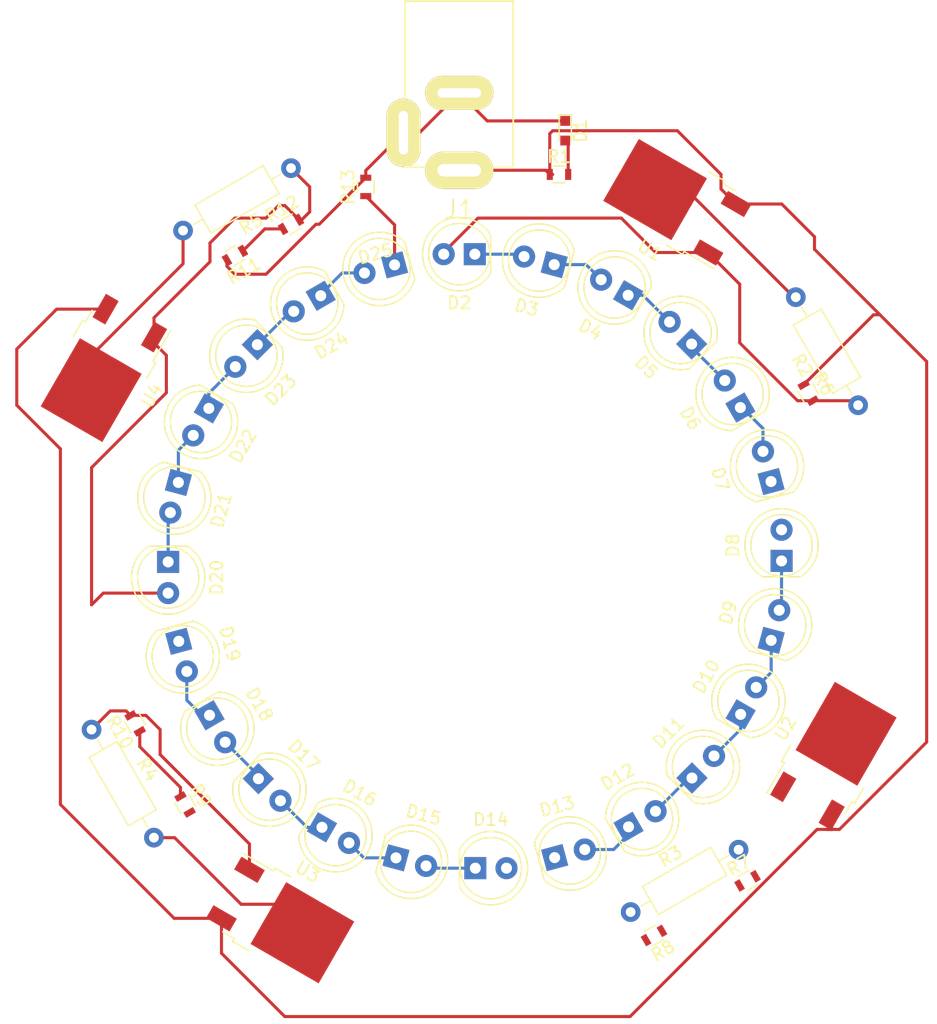
<source format=kicad_pcb>
(kicad_pcb (version 4) (host pcbnew 4.0.7-e2-6376~58~ubuntu16.04.1)

  (general
    (links 72)
    (no_connects 11)
    (area 59.950002 54.100999 136.580601 137.850601)
    (thickness 1.6)
    (drawings 0)
    (tracks 149)
    (zones 0)
    (modules 43)
    (nets 36)
  )

  (page A4)
  (layers
    (0 F.Cu signal)
    (31 B.Cu signal)
    (32 B.Adhes user)
    (33 F.Adhes user)
    (34 B.Paste user)
    (35 F.Paste user)
    (36 B.SilkS user)
    (37 F.SilkS user)
    (38 B.Mask user)
    (39 F.Mask user)
    (40 Dwgs.User user)
    (41 Cmts.User user)
    (42 Eco1.User user)
    (43 Eco2.User user)
    (44 Edge.Cuts user)
    (45 Margin user)
    (46 B.CrtYd user)
    (47 F.CrtYd user)
    (48 B.Fab user)
    (49 F.Fab user)
  )

  (setup
    (last_trace_width 0.25)
    (trace_clearance 0.2)
    (zone_clearance 0.508)
    (zone_45_only no)
    (trace_min 0.2)
    (segment_width 0.2)
    (edge_width 0.15)
    (via_size 0.6)
    (via_drill 0.4)
    (via_min_size 0.4)
    (via_min_drill 0.3)
    (uvia_size 0.3)
    (uvia_drill 0.1)
    (uvias_allowed no)
    (uvia_min_size 0.2)
    (uvia_min_drill 0.1)
    (pcb_text_width 0.3)
    (pcb_text_size 1.5 1.5)
    (mod_edge_width 0.15)
    (mod_text_size 1 1)
    (mod_text_width 0.15)
    (pad_size 1.8 1.8)
    (pad_drill 0.9)
    (pad_to_mask_clearance 0.2)
    (aux_axis_origin 0 0)
    (grid_origin 100 100)
    (visible_elements FFFFFF7F)
    (pcbplotparams
      (layerselection 0x00030_80000001)
      (usegerberextensions false)
      (excludeedgelayer true)
      (linewidth 0.100000)
      (plotframeref false)
      (viasonmask false)
      (mode 1)
      (useauxorigin false)
      (hpglpennumber 1)
      (hpglpenspeed 20)
      (hpglpendiameter 15)
      (hpglpenoverlay 2)
      (psnegative false)
      (psa4output false)
      (plotreference true)
      (plotvalue true)
      (plotinvisibletext false)
      (padsonsilk false)
      (subtractmaskfromsilk false)
      (outputformat 1)
      (mirror false)
      (drillshape 1)
      (scaleselection 1)
      (outputdirectory ""))
  )

  (net 0 "")
  (net 1 "Net-(D1-Pad2)")
  (net 2 GND)
  (net 3 "Net-(D2-Pad1)")
  (net 4 "Net-(D2-Pad2)")
  (net 5 "Net-(D3-Pad1)")
  (net 6 "Net-(D4-Pad1)")
  (net 7 "Net-(D5-Pad1)")
  (net 8 "Net-(D6-Pad1)")
  (net 9 "Net-(D8-Pad1)")
  (net 10 "Net-(D8-Pad2)")
  (net 11 "Net-(D10-Pad2)")
  (net 12 "Net-(D10-Pad1)")
  (net 13 "Net-(D11-Pad1)")
  (net 14 "Net-(D12-Pad1)")
  (net 15 "Net-(D14-Pad1)")
  (net 16 "Net-(D14-Pad2)")
  (net 17 "Net-(D15-Pad1)")
  (net 18 "Net-(D16-Pad1)")
  (net 19 "Net-(D17-Pad1)")
  (net 20 "Net-(D18-Pad1)")
  (net 21 "Net-(D20-Pad1)")
  (net 22 "Net-(D20-Pad2)")
  (net 23 "Net-(D21-Pad1)")
  (net 24 "Net-(D22-Pad1)")
  (net 25 "Net-(D23-Pad1)")
  (net 26 "Net-(D24-Pad1)")
  (net 27 VCC)
  (net 28 "Net-(R2-Pad2)")
  (net 29 "Net-(R3-Pad2)")
  (net 30 "Net-(R4-Pad2)")
  (net 31 "Net-(R5-Pad2)")
  (net 32 "Net-(D7-Pad1)")
  (net 33 "Net-(D13-Pad1)")
  (net 34 "Net-(D19-Pad1)")
  (net 35 "Net-(D25-Pad1)")

  (net_class Default "This is the default net class."
    (clearance 0.2)
    (trace_width 0.25)
    (via_dia 0.6)
    (via_drill 0.4)
    (uvia_dia 0.3)
    (uvia_drill 0.1)
    (add_net GND)
    (add_net "Net-(D1-Pad2)")
    (add_net "Net-(D10-Pad1)")
    (add_net "Net-(D10-Pad2)")
    (add_net "Net-(D11-Pad1)")
    (add_net "Net-(D12-Pad1)")
    (add_net "Net-(D13-Pad1)")
    (add_net "Net-(D14-Pad1)")
    (add_net "Net-(D14-Pad2)")
    (add_net "Net-(D15-Pad1)")
    (add_net "Net-(D16-Pad1)")
    (add_net "Net-(D17-Pad1)")
    (add_net "Net-(D18-Pad1)")
    (add_net "Net-(D19-Pad1)")
    (add_net "Net-(D2-Pad1)")
    (add_net "Net-(D2-Pad2)")
    (add_net "Net-(D20-Pad1)")
    (add_net "Net-(D20-Pad2)")
    (add_net "Net-(D21-Pad1)")
    (add_net "Net-(D22-Pad1)")
    (add_net "Net-(D23-Pad1)")
    (add_net "Net-(D24-Pad1)")
    (add_net "Net-(D25-Pad1)")
    (add_net "Net-(D3-Pad1)")
    (add_net "Net-(D4-Pad1)")
    (add_net "Net-(D5-Pad1)")
    (add_net "Net-(D6-Pad1)")
    (add_net "Net-(D7-Pad1)")
    (add_net "Net-(D8-Pad1)")
    (add_net "Net-(D8-Pad2)")
    (add_net "Net-(R2-Pad2)")
    (add_net "Net-(R3-Pad2)")
    (add_net "Net-(R4-Pad2)")
    (add_net "Net-(R5-Pad2)")
    (add_net VCC)
  )

  (module LEDs:LED_0603 (layer F.Cu) (tedit 57FE93A5) (tstamp 5B023740)
    (at 106.096 64.948 270)
    (descr "LED 0603 smd package")
    (tags "LED led 0603 SMD smd SMT smt smdled SMDLED smtled SMTLED")
    (path /5B0214A1)
    (attr smd)
    (fp_text reference D1 (at 0 -1.25 270) (layer F.SilkS)
      (effects (font (size 1 1) (thickness 0.15)))
    )
    (fp_text value LED (at 0 1.35 270) (layer F.Fab)
      (effects (font (size 1 1) (thickness 0.15)))
    )
    (fp_line (start -1.3 -0.5) (end -1.3 0.5) (layer F.SilkS) (width 0.12))
    (fp_line (start -0.2 -0.2) (end -0.2 0.2) (layer F.Fab) (width 0.1))
    (fp_line (start -0.15 0) (end 0.15 -0.2) (layer F.Fab) (width 0.1))
    (fp_line (start 0.15 0.2) (end -0.15 0) (layer F.Fab) (width 0.1))
    (fp_line (start 0.15 -0.2) (end 0.15 0.2) (layer F.Fab) (width 0.1))
    (fp_line (start 0.8 0.4) (end -0.8 0.4) (layer F.Fab) (width 0.1))
    (fp_line (start 0.8 -0.4) (end 0.8 0.4) (layer F.Fab) (width 0.1))
    (fp_line (start -0.8 -0.4) (end 0.8 -0.4) (layer F.Fab) (width 0.1))
    (fp_line (start -0.8 0.4) (end -0.8 -0.4) (layer F.Fab) (width 0.1))
    (fp_line (start -1.3 0.5) (end 0.8 0.5) (layer F.SilkS) (width 0.12))
    (fp_line (start -1.3 -0.5) (end 0.8 -0.5) (layer F.SilkS) (width 0.12))
    (fp_line (start 1.45 -0.65) (end 1.45 0.65) (layer F.CrtYd) (width 0.05))
    (fp_line (start 1.45 0.65) (end -1.45 0.65) (layer F.CrtYd) (width 0.05))
    (fp_line (start -1.45 0.65) (end -1.45 -0.65) (layer F.CrtYd) (width 0.05))
    (fp_line (start -1.45 -0.65) (end 1.45 -0.65) (layer F.CrtYd) (width 0.05))
    (pad 2 smd rect (at 0.8 0 90) (size 0.8 0.8) (layers F.Cu F.Paste F.Mask)
      (net 1 "Net-(D1-Pad2)"))
    (pad 1 smd rect (at -0.8 0 90) (size 0.8 0.8) (layers F.Cu F.Paste F.Mask)
      (net 2 GND))
    (model ${KISYS3DMOD}/LEDs.3dshapes/LED_0603.wrl
      (at (xyz 0 0 0))
      (scale (xyz 1 1 1))
      (rotate (xyz 0 0 180))
    )
  )

  (module LEDs:LED_D5.0mm (layer F.Cu) (tedit 5995936A) (tstamp 5B023746)
    (at 98.73 75 180)
    (descr "LED, diameter 5.0mm, 2 pins, http://cdn-reichelt.de/documents/datenblatt/A500/LL-504BC2E-009.pdf")
    (tags "LED diameter 5.0mm 2 pins")
    (path /5B021BAC)
    (fp_text reference D2 (at 1.27 -3.96 180) (layer F.SilkS)
      (effects (font (size 1 1) (thickness 0.15)))
    )
    (fp_text value LED (at 1.27 3.96 180) (layer F.Fab)
      (effects (font (size 1 1) (thickness 0.15)))
    )
    (fp_arc (start 1.27 0) (end -1.23 -1.469694) (angle 299.1) (layer F.Fab) (width 0.1))
    (fp_arc (start 1.27 0) (end -1.29 -1.54483) (angle 148.9) (layer F.SilkS) (width 0.12))
    (fp_arc (start 1.27 0) (end -1.29 1.54483) (angle -148.9) (layer F.SilkS) (width 0.12))
    (fp_circle (center 1.27 0) (end 3.77 0) (layer F.Fab) (width 0.1))
    (fp_circle (center 1.27 0) (end 3.77 0) (layer F.SilkS) (width 0.12))
    (fp_line (start -1.23 -1.469694) (end -1.23 1.469694) (layer F.Fab) (width 0.1))
    (fp_line (start -1.29 -1.545) (end -1.29 1.545) (layer F.SilkS) (width 0.12))
    (fp_line (start -1.95 -3.25) (end -1.95 3.25) (layer F.CrtYd) (width 0.05))
    (fp_line (start -1.95 3.25) (end 4.5 3.25) (layer F.CrtYd) (width 0.05))
    (fp_line (start 4.5 3.25) (end 4.5 -3.25) (layer F.CrtYd) (width 0.05))
    (fp_line (start 4.5 -3.25) (end -1.95 -3.25) (layer F.CrtYd) (width 0.05))
    (fp_text user %R (at 1.25 0 180) (layer F.Fab)
      (effects (font (size 0.8 0.8) (thickness 0.2)))
    )
    (pad 1 thru_hole rect (at 0 0 180) (size 1.8 1.8) (drill 0.9) (layers *.Cu *.Mask)
      (net 3 "Net-(D2-Pad1)"))
    (pad 2 thru_hole circle (at 2.54 0 180) (size 1.8 1.8) (drill 0.9) (layers *.Cu *.Mask)
      (net 4 "Net-(D2-Pad2)"))
    (model ${KISYS3DMOD}/LEDs.3dshapes/LED_D5.0mm.wrl
      (at (xyz 0 0 0))
      (scale (xyz 0.393701 0.393701 0.393701))
      (rotate (xyz 0 0 0))
    )
  )

  (module LEDs:LED_D5.0mm (layer F.Cu) (tedit 5995936A) (tstamp 5B02374C)
    (at 105.197271 75.850995 165)
    (descr "LED, diameter 5.0mm, 2 pins, http://cdn-reichelt.de/documents/datenblatt/A500/LL-504BC2E-009.pdf")
    (tags "LED diameter 5.0mm 2 pins")
    (path /5B021C05)
    (fp_text reference D3 (at 1.27 -3.96 165) (layer F.SilkS)
      (effects (font (size 1 1) (thickness 0.15)))
    )
    (fp_text value LED (at 1.27 3.96 165) (layer F.Fab)
      (effects (font (size 1 1) (thickness 0.15)))
    )
    (fp_arc (start 1.27 0) (end -1.23 -1.469694) (angle 299.1) (layer F.Fab) (width 0.1))
    (fp_arc (start 1.27 0) (end -1.29 -1.54483) (angle 148.9) (layer F.SilkS) (width 0.12))
    (fp_arc (start 1.27 0) (end -1.29 1.54483) (angle -148.9) (layer F.SilkS) (width 0.12))
    (fp_circle (center 1.27 0) (end 3.77 0) (layer F.Fab) (width 0.1))
    (fp_circle (center 1.27 0) (end 3.77 0) (layer F.SilkS) (width 0.12))
    (fp_line (start -1.23 -1.469694) (end -1.23 1.469694) (layer F.Fab) (width 0.1))
    (fp_line (start -1.29 -1.545) (end -1.29 1.545) (layer F.SilkS) (width 0.12))
    (fp_line (start -1.95 -3.25) (end -1.95 3.25) (layer F.CrtYd) (width 0.05))
    (fp_line (start -1.95 3.25) (end 4.5 3.25) (layer F.CrtYd) (width 0.05))
    (fp_line (start 4.5 3.25) (end 4.5 -3.25) (layer F.CrtYd) (width 0.05))
    (fp_line (start 4.5 -3.25) (end -1.95 -3.25) (layer F.CrtYd) (width 0.05))
    (fp_text user %R (at 1.25 0 165) (layer F.Fab)
      (effects (font (size 0.8 0.8) (thickness 0.2)))
    )
    (pad 1 thru_hole rect (at 0 0 165) (size 1.8 1.8) (drill 0.9) (layers *.Cu *.Mask)
      (net 5 "Net-(D3-Pad1)"))
    (pad 2 thru_hole circle (at 2.54 0 165) (size 1.8 1.8) (drill 0.9) (layers *.Cu *.Mask)
      (net 3 "Net-(D2-Pad1)"))
    (model ${KISYS3DMOD}/LEDs.3dshapes/LED_D5.0mm.wrl
      (at (xyz 0 0 0))
      (scale (xyz 0.393701 0.393701 0.393701))
      (rotate (xyz 0 0 0))
    )
  )

  (module LEDs:LED_D5.0mm (layer F.Cu) (tedit 5995936A) (tstamp 5B023752)
    (at 111.224252 78.346047 150)
    (descr "LED, diameter 5.0mm, 2 pins, http://cdn-reichelt.de/documents/datenblatt/A500/LL-504BC2E-009.pdf")
    (tags "LED diameter 5.0mm 2 pins")
    (path /5B021C35)
    (fp_text reference D4 (at 1.27 -3.96 150) (layer F.SilkS)
      (effects (font (size 1 1) (thickness 0.15)))
    )
    (fp_text value LED (at 1.27 3.96 150) (layer F.Fab)
      (effects (font (size 1 1) (thickness 0.15)))
    )
    (fp_arc (start 1.27 0) (end -1.23 -1.469694) (angle 299.1) (layer F.Fab) (width 0.1))
    (fp_arc (start 1.27 0) (end -1.29 -1.54483) (angle 148.9) (layer F.SilkS) (width 0.12))
    (fp_arc (start 1.27 0) (end -1.29 1.54483) (angle -148.9) (layer F.SilkS) (width 0.12))
    (fp_circle (center 1.27 0) (end 3.77 0) (layer F.Fab) (width 0.1))
    (fp_circle (center 1.27 0) (end 3.77 0) (layer F.SilkS) (width 0.12))
    (fp_line (start -1.23 -1.469694) (end -1.23 1.469694) (layer F.Fab) (width 0.1))
    (fp_line (start -1.29 -1.545) (end -1.29 1.545) (layer F.SilkS) (width 0.12))
    (fp_line (start -1.95 -3.25) (end -1.95 3.25) (layer F.CrtYd) (width 0.05))
    (fp_line (start -1.95 3.25) (end 4.5 3.25) (layer F.CrtYd) (width 0.05))
    (fp_line (start 4.5 3.25) (end 4.5 -3.25) (layer F.CrtYd) (width 0.05))
    (fp_line (start 4.5 -3.25) (end -1.95 -3.25) (layer F.CrtYd) (width 0.05))
    (fp_text user %R (at 1.25 0 150) (layer F.Fab)
      (effects (font (size 0.8 0.8) (thickness 0.2)))
    )
    (pad 1 thru_hole rect (at 0 0 150) (size 1.8 1.8) (drill 0.9) (layers *.Cu *.Mask)
      (net 6 "Net-(D4-Pad1)"))
    (pad 2 thru_hole circle (at 2.54 0 150) (size 1.8 1.8) (drill 0.9) (layers *.Cu *.Mask)
      (net 5 "Net-(D3-Pad1)"))
    (model ${KISYS3DMOD}/LEDs.3dshapes/LED_D5.0mm.wrl
      (at (xyz 0 0 0))
      (scale (xyz 0.393701 0.393701 0.393701))
      (rotate (xyz 0 0 0))
    )
  )

  (module LEDs:LED_D5.0mm (layer F.Cu) (tedit 5995936A) (tstamp 5B023758)
    (at 116.400629 82.315293 135)
    (descr "LED, diameter 5.0mm, 2 pins, http://cdn-reichelt.de/documents/datenblatt/A500/LL-504BC2E-009.pdf")
    (tags "LED diameter 5.0mm 2 pins")
    (path /5B021C62)
    (fp_text reference D5 (at 1.27 -3.96 135) (layer F.SilkS)
      (effects (font (size 1 1) (thickness 0.15)))
    )
    (fp_text value LED (at 1.27 3.96 135) (layer F.Fab)
      (effects (font (size 1 1) (thickness 0.15)))
    )
    (fp_arc (start 1.27 0) (end -1.23 -1.469694) (angle 299.1) (layer F.Fab) (width 0.1))
    (fp_arc (start 1.27 0) (end -1.29 -1.54483) (angle 148.9) (layer F.SilkS) (width 0.12))
    (fp_arc (start 1.27 0) (end -1.29 1.54483) (angle -148.9) (layer F.SilkS) (width 0.12))
    (fp_circle (center 1.27 0) (end 3.77 0) (layer F.Fab) (width 0.1))
    (fp_circle (center 1.27 0) (end 3.77 0) (layer F.SilkS) (width 0.12))
    (fp_line (start -1.23 -1.469694) (end -1.23 1.469694) (layer F.Fab) (width 0.1))
    (fp_line (start -1.29 -1.545) (end -1.29 1.545) (layer F.SilkS) (width 0.12))
    (fp_line (start -1.95 -3.25) (end -1.95 3.25) (layer F.CrtYd) (width 0.05))
    (fp_line (start -1.95 3.25) (end 4.5 3.25) (layer F.CrtYd) (width 0.05))
    (fp_line (start 4.5 3.25) (end 4.5 -3.25) (layer F.CrtYd) (width 0.05))
    (fp_line (start 4.5 -3.25) (end -1.95 -3.25) (layer F.CrtYd) (width 0.05))
    (fp_text user %R (at 1.25 0 135) (layer F.Fab)
      (effects (font (size 0.8 0.8) (thickness 0.2)))
    )
    (pad 1 thru_hole rect (at 0 0 135) (size 1.8 1.8) (drill 0.9) (layers *.Cu *.Mask)
      (net 7 "Net-(D5-Pad1)"))
    (pad 2 thru_hole circle (at 2.54 0 135) (size 1.8 1.8) (drill 0.9) (layers *.Cu *.Mask)
      (net 6 "Net-(D4-Pad1)"))
    (model ${KISYS3DMOD}/LEDs.3dshapes/LED_D5.0mm.wrl
      (at (xyz 0 0 0))
      (scale (xyz 0.393701 0.393701 0.393701))
      (rotate (xyz 0 0 0))
    )
  )

  (module LEDs:LED_D5.0mm (layer F.Cu) (tedit 5995936A) (tstamp 5B02375E)
    (at 120.373995 87.488507 120)
    (descr "LED, diameter 5.0mm, 2 pins, http://cdn-reichelt.de/documents/datenblatt/A500/LL-504BC2E-009.pdf")
    (tags "LED diameter 5.0mm 2 pins")
    (path /5B021E94)
    (fp_text reference D6 (at 1.27 -3.96 120) (layer F.SilkS)
      (effects (font (size 1 1) (thickness 0.15)))
    )
    (fp_text value LED (at 1.27 3.96 120) (layer F.Fab)
      (effects (font (size 1 1) (thickness 0.15)))
    )
    (fp_arc (start 1.27 0) (end -1.23 -1.469694) (angle 299.1) (layer F.Fab) (width 0.1))
    (fp_arc (start 1.27 0) (end -1.29 -1.54483) (angle 148.9) (layer F.SilkS) (width 0.12))
    (fp_arc (start 1.27 0) (end -1.29 1.54483) (angle -148.9) (layer F.SilkS) (width 0.12))
    (fp_circle (center 1.27 0) (end 3.77 0) (layer F.Fab) (width 0.1))
    (fp_circle (center 1.27 0) (end 3.77 0) (layer F.SilkS) (width 0.12))
    (fp_line (start -1.23 -1.469694) (end -1.23 1.469694) (layer F.Fab) (width 0.1))
    (fp_line (start -1.29 -1.545) (end -1.29 1.545) (layer F.SilkS) (width 0.12))
    (fp_line (start -1.95 -3.25) (end -1.95 3.25) (layer F.CrtYd) (width 0.05))
    (fp_line (start -1.95 3.25) (end 4.5 3.25) (layer F.CrtYd) (width 0.05))
    (fp_line (start 4.5 3.25) (end 4.5 -3.25) (layer F.CrtYd) (width 0.05))
    (fp_line (start 4.5 -3.25) (end -1.95 -3.25) (layer F.CrtYd) (width 0.05))
    (fp_text user %R (at 1.25 0 120) (layer F.Fab)
      (effects (font (size 0.8 0.8) (thickness 0.2)))
    )
    (pad 1 thru_hole rect (at 0 0 120) (size 1.8 1.8) (drill 0.9) (layers *.Cu *.Mask)
      (net 8 "Net-(D6-Pad1)"))
    (pad 2 thru_hole circle (at 2.54 0 120) (size 1.8 1.8) (drill 0.9) (layers *.Cu *.Mask)
      (net 7 "Net-(D5-Pad1)"))
    (model ${KISYS3DMOD}/LEDs.3dshapes/LED_D5.0mm.wrl
      (at (xyz 0 0 0))
      (scale (xyz 0.393701 0.393701 0.393701))
      (rotate (xyz 0 0 0))
    )
  )

  (module LEDs:LED_D5.0mm (layer F.Cu) (tedit 5995936A) (tstamp 5B023764)
    (at 122.873846 93.5135 105)
    (descr "LED, diameter 5.0mm, 2 pins, http://cdn-reichelt.de/documents/datenblatt/A500/LL-504BC2E-009.pdf")
    (tags "LED diameter 5.0mm 2 pins")
    (path /5B021E9A)
    (fp_text reference D7 (at 1.27 -3.96 105) (layer F.SilkS)
      (effects (font (size 1 1) (thickness 0.15)))
    )
    (fp_text value LED (at 1.27 3.96 105) (layer F.Fab)
      (effects (font (size 1 1) (thickness 0.15)))
    )
    (fp_arc (start 1.27 0) (end -1.23 -1.469694) (angle 299.1) (layer F.Fab) (width 0.1))
    (fp_arc (start 1.27 0) (end -1.29 -1.54483) (angle 148.9) (layer F.SilkS) (width 0.12))
    (fp_arc (start 1.27 0) (end -1.29 1.54483) (angle -148.9) (layer F.SilkS) (width 0.12))
    (fp_circle (center 1.27 0) (end 3.77 0) (layer F.Fab) (width 0.1))
    (fp_circle (center 1.27 0) (end 3.77 0) (layer F.SilkS) (width 0.12))
    (fp_line (start -1.23 -1.469694) (end -1.23 1.469694) (layer F.Fab) (width 0.1))
    (fp_line (start -1.29 -1.545) (end -1.29 1.545) (layer F.SilkS) (width 0.12))
    (fp_line (start -1.95 -3.25) (end -1.95 3.25) (layer F.CrtYd) (width 0.05))
    (fp_line (start -1.95 3.25) (end 4.5 3.25) (layer F.CrtYd) (width 0.05))
    (fp_line (start 4.5 3.25) (end 4.5 -3.25) (layer F.CrtYd) (width 0.05))
    (fp_line (start 4.5 -3.25) (end -1.95 -3.25) (layer F.CrtYd) (width 0.05))
    (fp_text user %R (at 1.25 0 105) (layer F.Fab)
      (effects (font (size 0.8 0.8) (thickness 0.2)))
    )
    (pad 1 thru_hole rect (at 0 0 105) (size 1.8 1.8) (drill 0.9) (layers *.Cu *.Mask)
      (net 32 "Net-(D7-Pad1)"))
    (pad 2 thru_hole circle (at 2.54 0 105) (size 1.8 1.8) (drill 0.9) (layers *.Cu *.Mask)
      (net 8 "Net-(D6-Pad1)"))
    (model ${KISYS3DMOD}/LEDs.3dshapes/LED_D5.0mm.wrl
      (at (xyz 0 0 0))
      (scale (xyz 0.393701 0.393701 0.393701))
      (rotate (xyz 0 0 0))
    )
  )

  (module LEDs:LED_D5.0mm (layer F.Cu) (tedit 5995936A) (tstamp 5B02376A)
    (at 123.729992 99.980091 90)
    (descr "LED, diameter 5.0mm, 2 pins, http://cdn-reichelt.de/documents/datenblatt/A500/LL-504BC2E-009.pdf")
    (tags "LED diameter 5.0mm 2 pins")
    (path /5B022329)
    (fp_text reference D8 (at 1.27 -3.96 90) (layer F.SilkS)
      (effects (font (size 1 1) (thickness 0.15)))
    )
    (fp_text value LED (at 1.27 3.96 90) (layer F.Fab)
      (effects (font (size 1 1) (thickness 0.15)))
    )
    (fp_arc (start 1.27 0) (end -1.23 -1.469694) (angle 299.1) (layer F.Fab) (width 0.1))
    (fp_arc (start 1.27 0) (end -1.29 -1.54483) (angle 148.9) (layer F.SilkS) (width 0.12))
    (fp_arc (start 1.27 0) (end -1.29 1.54483) (angle -148.9) (layer F.SilkS) (width 0.12))
    (fp_circle (center 1.27 0) (end 3.77 0) (layer F.Fab) (width 0.1))
    (fp_circle (center 1.27 0) (end 3.77 0) (layer F.SilkS) (width 0.12))
    (fp_line (start -1.23 -1.469694) (end -1.23 1.469694) (layer F.Fab) (width 0.1))
    (fp_line (start -1.29 -1.545) (end -1.29 1.545) (layer F.SilkS) (width 0.12))
    (fp_line (start -1.95 -3.25) (end -1.95 3.25) (layer F.CrtYd) (width 0.05))
    (fp_line (start -1.95 3.25) (end 4.5 3.25) (layer F.CrtYd) (width 0.05))
    (fp_line (start 4.5 3.25) (end 4.5 -3.25) (layer F.CrtYd) (width 0.05))
    (fp_line (start 4.5 -3.25) (end -1.95 -3.25) (layer F.CrtYd) (width 0.05))
    (fp_text user %R (at 1.25 0 90) (layer F.Fab)
      (effects (font (size 0.8 0.8) (thickness 0.2)))
    )
    (pad 1 thru_hole rect (at 0 0 90) (size 1.8 1.8) (drill 0.9) (layers *.Cu *.Mask)
      (net 9 "Net-(D8-Pad1)"))
    (pad 2 thru_hole circle (at 2.54 0 90) (size 1.8 1.8) (drill 0.9) (layers *.Cu *.Mask)
      (net 10 "Net-(D8-Pad2)"))
    (model ${KISYS3DMOD}/LEDs.3dshapes/LED_D5.0mm.wrl
      (at (xyz 0 0 0))
      (scale (xyz 0.393701 0.393701 0.393701))
      (rotate (xyz 0 0 0))
    )
  )

  (module LEDs:LED_D5.0mm (layer F.Cu) (tedit 5B024A7A) (tstamp 5B023770)
    (at 122.884146 106.448038 75)
    (descr "LED, diameter 5.0mm, 2 pins, http://cdn-reichelt.de/documents/datenblatt/A500/LL-504BC2E-009.pdf")
    (tags "LED diameter 5.0mm 2 pins")
    (path /5B02232F)
    (fp_text reference D9 (at 1.27 -3.96 75) (layer F.SilkS)
      (effects (font (size 1 1) (thickness 0.15)))
    )
    (fp_text value LED (at -1.27 1.27 75) (layer F.Fab)
      (effects (font (size 1 1) (thickness 0.15)))
    )
    (fp_arc (start 1.27 0) (end -1.23 -1.469694) (angle 299.1) (layer F.Fab) (width 0.1))
    (fp_arc (start 1.27 0) (end -1.29 -1.54483) (angle 148.9) (layer F.SilkS) (width 0.12))
    (fp_arc (start 1.27 0) (end -1.29 1.54483) (angle -148.9) (layer F.SilkS) (width 0.12))
    (fp_circle (center 1.27 0) (end 3.77 0) (layer F.Fab) (width 0.1))
    (fp_circle (center 1.27 0) (end 3.77 0) (layer F.SilkS) (width 0.12))
    (fp_line (start -1.23 -1.469694) (end -1.23 1.469694) (layer F.Fab) (width 0.1))
    (fp_line (start -1.29 -1.545) (end -1.29 1.545) (layer F.SilkS) (width 0.12))
    (fp_line (start -1.95 -3.25) (end -1.95 3.25) (layer F.CrtYd) (width 0.05))
    (fp_line (start -1.95 3.25) (end 4.5 3.25) (layer F.CrtYd) (width 0.05))
    (fp_line (start 4.5 3.25) (end 4.5 -3.25) (layer F.CrtYd) (width 0.05))
    (fp_line (start 4.5 -3.25) (end -1.95 -3.25) (layer F.CrtYd) (width 0.05))
    (fp_text user %R (at 1.25 0 75) (layer F.Fab)
      (effects (font (size 0.8 0.8) (thickness 0.2)))
    )
    (pad 1 thru_hole rect (at 0 0 75) (size 1.8 1.8) (drill 0.9) (layers *.Cu *.Mask)
      (net 11 "Net-(D10-Pad2)"))
    (pad 2 thru_hole circle (at 2.54 0 75) (size 1.8 1.8) (drill 0.9) (layers *.Cu *.Mask)
      (net 9 "Net-(D8-Pad1)"))
    (model ${KISYS3DMOD}/LEDs.3dshapes/LED_D5.0mm.wrl
      (at (xyz 0 0 0))
      (scale (xyz 0.393701 0.393701 0.393701))
      (rotate (xyz 0 0 0))
    )
  )

  (module LEDs:LED_D5.0mm (layer F.Cu) (tedit 5995936A) (tstamp 5B023776)
    (at 120.393895 112.477004 60)
    (descr "LED, diameter 5.0mm, 2 pins, http://cdn-reichelt.de/documents/datenblatt/A500/LL-504BC2E-009.pdf")
    (tags "LED diameter 5.0mm 2 pins")
    (path /5B022335)
    (fp_text reference D10 (at 1.27 -3.96 60) (layer F.SilkS)
      (effects (font (size 1 1) (thickness 0.15)))
    )
    (fp_text value LED (at 1.27 3.96 60) (layer F.Fab)
      (effects (font (size 1 1) (thickness 0.15)))
    )
    (fp_arc (start 1.27 0) (end -1.23 -1.469694) (angle 299.1) (layer F.Fab) (width 0.1))
    (fp_arc (start 1.27 0) (end -1.29 -1.54483) (angle 148.9) (layer F.SilkS) (width 0.12))
    (fp_arc (start 1.27 0) (end -1.29 1.54483) (angle -148.9) (layer F.SilkS) (width 0.12))
    (fp_circle (center 1.27 0) (end 3.77 0) (layer F.Fab) (width 0.1))
    (fp_circle (center 1.27 0) (end 3.77 0) (layer F.SilkS) (width 0.12))
    (fp_line (start -1.23 -1.469694) (end -1.23 1.469694) (layer F.Fab) (width 0.1))
    (fp_line (start -1.29 -1.545) (end -1.29 1.545) (layer F.SilkS) (width 0.12))
    (fp_line (start -1.95 -3.25) (end -1.95 3.25) (layer F.CrtYd) (width 0.05))
    (fp_line (start -1.95 3.25) (end 4.5 3.25) (layer F.CrtYd) (width 0.05))
    (fp_line (start 4.5 3.25) (end 4.5 -3.25) (layer F.CrtYd) (width 0.05))
    (fp_line (start 4.5 -3.25) (end -1.95 -3.25) (layer F.CrtYd) (width 0.05))
    (fp_text user %R (at 1.25 0 60) (layer F.Fab)
      (effects (font (size 0.8 0.8) (thickness 0.2)))
    )
    (pad 1 thru_hole rect (at 0 0 60) (size 1.8 1.8) (drill 0.9) (layers *.Cu *.Mask)
      (net 12 "Net-(D10-Pad1)"))
    (pad 2 thru_hole circle (at 2.54 0 60) (size 1.8 1.8) (drill 0.9) (layers *.Cu *.Mask)
      (net 11 "Net-(D10-Pad2)"))
    (model ${KISYS3DMOD}/LEDs.3dshapes/LED_D5.0mm.wrl
      (at (xyz 0 0 0))
      (scale (xyz 0.393701 0.393701 0.393701))
      (rotate (xyz 0 0 0))
    )
  )

  (module LEDs:LED_D5.0mm (layer F.Cu) (tedit 5995936A) (tstamp 5B02377C)
    (at 116.428772 117.656541 45)
    (descr "LED, diameter 5.0mm, 2 pins, http://cdn-reichelt.de/documents/datenblatt/A500/LL-504BC2E-009.pdf")
    (tags "LED diameter 5.0mm 2 pins")
    (path /5B02233B)
    (fp_text reference D11 (at 1.27 -3.96 45) (layer F.SilkS)
      (effects (font (size 1 1) (thickness 0.15)))
    )
    (fp_text value LED (at 1.27 3.96 45) (layer F.Fab)
      (effects (font (size 1 1) (thickness 0.15)))
    )
    (fp_arc (start 1.27 0) (end -1.23 -1.469694) (angle 299.1) (layer F.Fab) (width 0.1))
    (fp_arc (start 1.27 0) (end -1.29 -1.54483) (angle 148.9) (layer F.SilkS) (width 0.12))
    (fp_arc (start 1.27 0) (end -1.29 1.54483) (angle -148.9) (layer F.SilkS) (width 0.12))
    (fp_circle (center 1.27 0) (end 3.77 0) (layer F.Fab) (width 0.1))
    (fp_circle (center 1.27 0) (end 3.77 0) (layer F.SilkS) (width 0.12))
    (fp_line (start -1.23 -1.469694) (end -1.23 1.469694) (layer F.Fab) (width 0.1))
    (fp_line (start -1.29 -1.545) (end -1.29 1.545) (layer F.SilkS) (width 0.12))
    (fp_line (start -1.95 -3.25) (end -1.95 3.25) (layer F.CrtYd) (width 0.05))
    (fp_line (start -1.95 3.25) (end 4.5 3.25) (layer F.CrtYd) (width 0.05))
    (fp_line (start 4.5 3.25) (end 4.5 -3.25) (layer F.CrtYd) (width 0.05))
    (fp_line (start 4.5 -3.25) (end -1.95 -3.25) (layer F.CrtYd) (width 0.05))
    (fp_text user %R (at 1.25 0 45) (layer F.Fab)
      (effects (font (size 0.8 0.8) (thickness 0.2)))
    )
    (pad 1 thru_hole rect (at 0 0 45) (size 1.8 1.8) (drill 0.9) (layers *.Cu *.Mask)
      (net 13 "Net-(D11-Pad1)"))
    (pad 2 thru_hole circle (at 2.54 0 45) (size 1.8 1.8) (drill 0.9) (layers *.Cu *.Mask)
      (net 12 "Net-(D10-Pad1)"))
    (model ${KISYS3DMOD}/LEDs.3dshapes/LED_D5.0mm.wrl
      (at (xyz 0 0 0))
      (scale (xyz 0.393701 0.393701 0.393701))
      (rotate (xyz 0 0 0))
    )
  )

  (module LEDs:LED_D5.0mm (layer F.Cu) (tedit 5995936A) (tstamp 5B023782)
    (at 111.258723 121.634025 30)
    (descr "LED, diameter 5.0mm, 2 pins, http://cdn-reichelt.de/documents/datenblatt/A500/LL-504BC2E-009.pdf")
    (tags "LED diameter 5.0mm 2 pins")
    (path /5B022348)
    (fp_text reference D12 (at 1.27 -3.96 30) (layer F.SilkS)
      (effects (font (size 1 1) (thickness 0.15)))
    )
    (fp_text value LED (at 1.27 3.96 30) (layer F.Fab)
      (effects (font (size 1 1) (thickness 0.15)))
    )
    (fp_arc (start 1.27 0) (end -1.23 -1.469694) (angle 299.1) (layer F.Fab) (width 0.1))
    (fp_arc (start 1.27 0) (end -1.29 -1.54483) (angle 148.9) (layer F.SilkS) (width 0.12))
    (fp_arc (start 1.27 0) (end -1.29 1.54483) (angle -148.9) (layer F.SilkS) (width 0.12))
    (fp_circle (center 1.27 0) (end 3.77 0) (layer F.Fab) (width 0.1))
    (fp_circle (center 1.27 0) (end 3.77 0) (layer F.SilkS) (width 0.12))
    (fp_line (start -1.23 -1.469694) (end -1.23 1.469694) (layer F.Fab) (width 0.1))
    (fp_line (start -1.29 -1.545) (end -1.29 1.545) (layer F.SilkS) (width 0.12))
    (fp_line (start -1.95 -3.25) (end -1.95 3.25) (layer F.CrtYd) (width 0.05))
    (fp_line (start -1.95 3.25) (end 4.5 3.25) (layer F.CrtYd) (width 0.05))
    (fp_line (start 4.5 3.25) (end 4.5 -3.25) (layer F.CrtYd) (width 0.05))
    (fp_line (start 4.5 -3.25) (end -1.95 -3.25) (layer F.CrtYd) (width 0.05))
    (fp_text user %R (at 1.25 0 30) (layer F.Fab)
      (effects (font (size 0.8 0.8) (thickness 0.2)))
    )
    (pad 1 thru_hole rect (at 0 0 30) (size 1.8 1.8) (drill 0.9) (layers *.Cu *.Mask)
      (net 14 "Net-(D12-Pad1)"))
    (pad 2 thru_hole circle (at 2.54 0 30) (size 1.8 1.8) (drill 0.9) (layers *.Cu *.Mask)
      (net 13 "Net-(D11-Pad1)"))
    (model ${KISYS3DMOD}/LEDs.3dshapes/LED_D5.0mm.wrl
      (at (xyz 0 0 0))
      (scale (xyz 0.393701 0.393701 0.393701))
      (rotate (xyz 0 0 0))
    )
  )

  (module LEDs:LED_D5.0mm (layer F.Cu) (tedit 5995936A) (tstamp 5B023788)
    (at 105.235723 124.138673 15)
    (descr "LED, diameter 5.0mm, 2 pins, http://cdn-reichelt.de/documents/datenblatt/A500/LL-504BC2E-009.pdf")
    (tags "LED diameter 5.0mm 2 pins")
    (path /5B02234E)
    (fp_text reference D13 (at 1.27 -3.96 15) (layer F.SilkS)
      (effects (font (size 1 1) (thickness 0.15)))
    )
    (fp_text value LED (at 1.27 3.96 15) (layer F.Fab)
      (effects (font (size 1 1) (thickness 0.15)))
    )
    (fp_arc (start 1.27 0) (end -1.23 -1.469694) (angle 299.1) (layer F.Fab) (width 0.1))
    (fp_arc (start 1.27 0) (end -1.29 -1.54483) (angle 148.9) (layer F.SilkS) (width 0.12))
    (fp_arc (start 1.27 0) (end -1.29 1.54483) (angle -148.9) (layer F.SilkS) (width 0.12))
    (fp_circle (center 1.27 0) (end 3.77 0) (layer F.Fab) (width 0.1))
    (fp_circle (center 1.27 0) (end 3.77 0) (layer F.SilkS) (width 0.12))
    (fp_line (start -1.23 -1.469694) (end -1.23 1.469694) (layer F.Fab) (width 0.1))
    (fp_line (start -1.29 -1.545) (end -1.29 1.545) (layer F.SilkS) (width 0.12))
    (fp_line (start -1.95 -3.25) (end -1.95 3.25) (layer F.CrtYd) (width 0.05))
    (fp_line (start -1.95 3.25) (end 4.5 3.25) (layer F.CrtYd) (width 0.05))
    (fp_line (start 4.5 3.25) (end 4.5 -3.25) (layer F.CrtYd) (width 0.05))
    (fp_line (start 4.5 -3.25) (end -1.95 -3.25) (layer F.CrtYd) (width 0.05))
    (fp_text user %R (at 1.25 0 15) (layer F.Fab)
      (effects (font (size 0.8 0.8) (thickness 0.2)))
    )
    (pad 1 thru_hole rect (at 0 0 15) (size 1.8 1.8) (drill 0.9) (layers *.Cu *.Mask)
      (net 33 "Net-(D13-Pad1)"))
    (pad 2 thru_hole circle (at 2.54 0 15) (size 1.8 1.8) (drill 0.9) (layers *.Cu *.Mask)
      (net 14 "Net-(D12-Pad1)"))
    (model ${KISYS3DMOD}/LEDs.3dshapes/LED_D5.0mm.wrl
      (at (xyz 0 0 0))
      (scale (xyz 0.393701 0.393701 0.393701))
      (rotate (xyz 0 0 0))
    )
  )

  (module LEDs:LED_D5.0mm (layer F.Cu) (tedit 5995936A) (tstamp 5B02378E)
    (at 98.769816 124.999968)
    (descr "LED, diameter 5.0mm, 2 pins, http://cdn-reichelt.de/documents/datenblatt/A500/LL-504BC2E-009.pdf")
    (tags "LED diameter 5.0mm 2 pins")
    (path /5B0227B4)
    (fp_text reference D14 (at 1.27 -3.96) (layer F.SilkS)
      (effects (font (size 1 1) (thickness 0.15)))
    )
    (fp_text value LED (at 1.27 3.96) (layer F.Fab)
      (effects (font (size 1 1) (thickness 0.15)))
    )
    (fp_arc (start 1.27 0) (end -1.23 -1.469694) (angle 299.1) (layer F.Fab) (width 0.1))
    (fp_arc (start 1.27 0) (end -1.29 -1.54483) (angle 148.9) (layer F.SilkS) (width 0.12))
    (fp_arc (start 1.27 0) (end -1.29 1.54483) (angle -148.9) (layer F.SilkS) (width 0.12))
    (fp_circle (center 1.27 0) (end 3.77 0) (layer F.Fab) (width 0.1))
    (fp_circle (center 1.27 0) (end 3.77 0) (layer F.SilkS) (width 0.12))
    (fp_line (start -1.23 -1.469694) (end -1.23 1.469694) (layer F.Fab) (width 0.1))
    (fp_line (start -1.29 -1.545) (end -1.29 1.545) (layer F.SilkS) (width 0.12))
    (fp_line (start -1.95 -3.25) (end -1.95 3.25) (layer F.CrtYd) (width 0.05))
    (fp_line (start -1.95 3.25) (end 4.5 3.25) (layer F.CrtYd) (width 0.05))
    (fp_line (start 4.5 3.25) (end 4.5 -3.25) (layer F.CrtYd) (width 0.05))
    (fp_line (start 4.5 -3.25) (end -1.95 -3.25) (layer F.CrtYd) (width 0.05))
    (fp_text user %R (at 1.25 0) (layer F.Fab)
      (effects (font (size 0.8 0.8) (thickness 0.2)))
    )
    (pad 1 thru_hole rect (at 0 0) (size 1.8 1.8) (drill 0.9) (layers *.Cu *.Mask)
      (net 15 "Net-(D14-Pad1)"))
    (pad 2 thru_hole circle (at 2.54 0) (size 1.8 1.8) (drill 0.9) (layers *.Cu *.Mask)
      (net 16 "Net-(D14-Pad2)"))
    (model ${KISYS3DMOD}/LEDs.3dshapes/LED_D5.0mm.wrl
      (at (xyz 0 0 0))
      (scale (xyz 0.393701 0.393701 0.393701))
      (rotate (xyz 0 0 0))
    )
  )

  (module LEDs:LED_D5.0mm (layer F.Cu) (tedit 5995936A) (tstamp 5B023794)
    (at 92.301198 124.159273 345)
    (descr "LED, diameter 5.0mm, 2 pins, http://cdn-reichelt.de/documents/datenblatt/A500/LL-504BC2E-009.pdf")
    (tags "LED diameter 5.0mm 2 pins")
    (path /5B0227BA)
    (fp_text reference D15 (at 1.27 -3.96 345) (layer F.SilkS)
      (effects (font (size 1 1) (thickness 0.15)))
    )
    (fp_text value LED (at 1.27 3.96 345) (layer F.Fab)
      (effects (font (size 1 1) (thickness 0.15)))
    )
    (fp_arc (start 1.27 0) (end -1.23 -1.469694) (angle 299.1) (layer F.Fab) (width 0.1))
    (fp_arc (start 1.27 0) (end -1.29 -1.54483) (angle 148.9) (layer F.SilkS) (width 0.12))
    (fp_arc (start 1.27 0) (end -1.29 1.54483) (angle -148.9) (layer F.SilkS) (width 0.12))
    (fp_circle (center 1.27 0) (end 3.77 0) (layer F.Fab) (width 0.1))
    (fp_circle (center 1.27 0) (end 3.77 0) (layer F.SilkS) (width 0.12))
    (fp_line (start -1.23 -1.469694) (end -1.23 1.469694) (layer F.Fab) (width 0.1))
    (fp_line (start -1.29 -1.545) (end -1.29 1.545) (layer F.SilkS) (width 0.12))
    (fp_line (start -1.95 -3.25) (end -1.95 3.25) (layer F.CrtYd) (width 0.05))
    (fp_line (start -1.95 3.25) (end 4.5 3.25) (layer F.CrtYd) (width 0.05))
    (fp_line (start 4.5 3.25) (end 4.5 -3.25) (layer F.CrtYd) (width 0.05))
    (fp_line (start 4.5 -3.25) (end -1.95 -3.25) (layer F.CrtYd) (width 0.05))
    (fp_text user %R (at 1.25 0 345) (layer F.Fab)
      (effects (font (size 0.8 0.8) (thickness 0.2)))
    )
    (pad 1 thru_hole rect (at 0 0 345) (size 1.8 1.8) (drill 0.9) (layers *.Cu *.Mask)
      (net 17 "Net-(D15-Pad1)"))
    (pad 2 thru_hole circle (at 2.54 0 345) (size 1.8 1.8) (drill 0.9) (layers *.Cu *.Mask)
      (net 15 "Net-(D14-Pad1)"))
    (model ${KISYS3DMOD}/LEDs.3dshapes/LED_D5.0mm.wrl
      (at (xyz 0 0 0))
      (scale (xyz 0.393701 0.393701 0.393701))
      (rotate (xyz 0 0 0))
    )
  )

  (module LEDs:LED_D5.0mm (layer F.Cu) (tedit 5995936A) (tstamp 5B02379A)
    (at 86.27025 121.673823 330)
    (descr "LED, diameter 5.0mm, 2 pins, http://cdn-reichelt.de/documents/datenblatt/A500/LL-504BC2E-009.pdf")
    (tags "LED diameter 5.0mm 2 pins")
    (path /5B0227C0)
    (fp_text reference D16 (at 1.27 -3.96 330) (layer F.SilkS)
      (effects (font (size 1 1) (thickness 0.15)))
    )
    (fp_text value LED (at 1.27 3.96 330) (layer F.Fab)
      (effects (font (size 1 1) (thickness 0.15)))
    )
    (fp_arc (start 1.27 0) (end -1.23 -1.469694) (angle 299.1) (layer F.Fab) (width 0.1))
    (fp_arc (start 1.27 0) (end -1.29 -1.54483) (angle 148.9) (layer F.SilkS) (width 0.12))
    (fp_arc (start 1.27 0) (end -1.29 1.54483) (angle -148.9) (layer F.SilkS) (width 0.12))
    (fp_circle (center 1.27 0) (end 3.77 0) (layer F.Fab) (width 0.1))
    (fp_circle (center 1.27 0) (end 3.77 0) (layer F.SilkS) (width 0.12))
    (fp_line (start -1.23 -1.469694) (end -1.23 1.469694) (layer F.Fab) (width 0.1))
    (fp_line (start -1.29 -1.545) (end -1.29 1.545) (layer F.SilkS) (width 0.12))
    (fp_line (start -1.95 -3.25) (end -1.95 3.25) (layer F.CrtYd) (width 0.05))
    (fp_line (start -1.95 3.25) (end 4.5 3.25) (layer F.CrtYd) (width 0.05))
    (fp_line (start 4.5 3.25) (end 4.5 -3.25) (layer F.CrtYd) (width 0.05))
    (fp_line (start 4.5 -3.25) (end -1.95 -3.25) (layer F.CrtYd) (width 0.05))
    (fp_text user %R (at 1.25 0 330) (layer F.Fab)
      (effects (font (size 0.8 0.8) (thickness 0.2)))
    )
    (pad 1 thru_hole rect (at 0 0 330) (size 1.8 1.8) (drill 0.9) (layers *.Cu *.Mask)
      (net 18 "Net-(D16-Pad1)"))
    (pad 2 thru_hole circle (at 2.54 0 330) (size 1.8 1.8) (drill 0.9) (layers *.Cu *.Mask)
      (net 17 "Net-(D15-Pad1)"))
    (model ${KISYS3DMOD}/LEDs.3dshapes/LED_D5.0mm.wrl
      (at (xyz 0 0 0))
      (scale (xyz 0.393701 0.393701 0.393701))
      (rotate (xyz 0 0 0))
    )
  )

  (module LEDs:LED_D5.0mm (layer F.Cu) (tedit 5995936A) (tstamp 5B0237A0)
    (at 81.087558 117.712827 315)
    (descr "LED, diameter 5.0mm, 2 pins, http://cdn-reichelt.de/documents/datenblatt/A500/LL-504BC2E-009.pdf")
    (tags "LED diameter 5.0mm 2 pins")
    (path /5B0227C6)
    (fp_text reference D17 (at 1.27 -3.96 315) (layer F.SilkS)
      (effects (font (size 1 1) (thickness 0.15)))
    )
    (fp_text value LED (at 1.27 3.96 315) (layer F.Fab)
      (effects (font (size 1 1) (thickness 0.15)))
    )
    (fp_arc (start 1.27 0) (end -1.23 -1.469694) (angle 299.1) (layer F.Fab) (width 0.1))
    (fp_arc (start 1.27 0) (end -1.29 -1.54483) (angle 148.9) (layer F.SilkS) (width 0.12))
    (fp_arc (start 1.27 0) (end -1.29 1.54483) (angle -148.9) (layer F.SilkS) (width 0.12))
    (fp_circle (center 1.27 0) (end 3.77 0) (layer F.Fab) (width 0.1))
    (fp_circle (center 1.27 0) (end 3.77 0) (layer F.SilkS) (width 0.12))
    (fp_line (start -1.23 -1.469694) (end -1.23 1.469694) (layer F.Fab) (width 0.1))
    (fp_line (start -1.29 -1.545) (end -1.29 1.545) (layer F.SilkS) (width 0.12))
    (fp_line (start -1.95 -3.25) (end -1.95 3.25) (layer F.CrtYd) (width 0.05))
    (fp_line (start -1.95 3.25) (end 4.5 3.25) (layer F.CrtYd) (width 0.05))
    (fp_line (start 4.5 3.25) (end 4.5 -3.25) (layer F.CrtYd) (width 0.05))
    (fp_line (start 4.5 -3.25) (end -1.95 -3.25) (layer F.CrtYd) (width 0.05))
    (fp_text user %R (at 1.25 0 315) (layer F.Fab)
      (effects (font (size 0.8 0.8) (thickness 0.2)))
    )
    (pad 1 thru_hole rect (at 0 0 315) (size 1.8 1.8) (drill 0.9) (layers *.Cu *.Mask)
      (net 19 "Net-(D17-Pad1)"))
    (pad 2 thru_hole circle (at 2.54 0 315) (size 1.8 1.8) (drill 0.9) (layers *.Cu *.Mask)
      (net 18 "Net-(D16-Pad1)"))
    (model ${KISYS3DMOD}/LEDs.3dshapes/LED_D5.0mm.wrl
      (at (xyz 0 0 0))
      (scale (xyz 0.393701 0.393701 0.393701))
      (rotate (xyz 0 0 0))
    )
  )

  (module LEDs:LED_D5.0mm (layer F.Cu) (tedit 5995936A) (tstamp 5B0237A6)
    (at 77.105957 112.545947 300)
    (descr "LED, diameter 5.0mm, 2 pins, http://cdn-reichelt.de/documents/datenblatt/A500/LL-504BC2E-009.pdf")
    (tags "LED diameter 5.0mm 2 pins")
    (path /5B0227D3)
    (fp_text reference D18 (at 1.27 -3.96 300) (layer F.SilkS)
      (effects (font (size 1 1) (thickness 0.15)))
    )
    (fp_text value LED (at 1.27 3.96 300) (layer F.Fab)
      (effects (font (size 1 1) (thickness 0.15)))
    )
    (fp_arc (start 1.27 0) (end -1.23 -1.469694) (angle 299.1) (layer F.Fab) (width 0.1))
    (fp_arc (start 1.27 0) (end -1.29 -1.54483) (angle 148.9) (layer F.SilkS) (width 0.12))
    (fp_arc (start 1.27 0) (end -1.29 1.54483) (angle -148.9) (layer F.SilkS) (width 0.12))
    (fp_circle (center 1.27 0) (end 3.77 0) (layer F.Fab) (width 0.1))
    (fp_circle (center 1.27 0) (end 3.77 0) (layer F.SilkS) (width 0.12))
    (fp_line (start -1.23 -1.469694) (end -1.23 1.469694) (layer F.Fab) (width 0.1))
    (fp_line (start -1.29 -1.545) (end -1.29 1.545) (layer F.SilkS) (width 0.12))
    (fp_line (start -1.95 -3.25) (end -1.95 3.25) (layer F.CrtYd) (width 0.05))
    (fp_line (start -1.95 3.25) (end 4.5 3.25) (layer F.CrtYd) (width 0.05))
    (fp_line (start 4.5 3.25) (end 4.5 -3.25) (layer F.CrtYd) (width 0.05))
    (fp_line (start 4.5 -3.25) (end -1.95 -3.25) (layer F.CrtYd) (width 0.05))
    (fp_text user %R (at 1.25 0 300) (layer F.Fab)
      (effects (font (size 0.8 0.8) (thickness 0.2)))
    )
    (pad 1 thru_hole rect (at 0 0 300) (size 1.8 1.8) (drill 0.9) (layers *.Cu *.Mask)
      (net 20 "Net-(D18-Pad1)"))
    (pad 2 thru_hole circle (at 2.54 0 300) (size 1.8 1.8) (drill 0.9) (layers *.Cu *.Mask)
      (net 19 "Net-(D17-Pad1)"))
    (model ${KISYS3DMOD}/LEDs.3dshapes/LED_D5.0mm.wrl
      (at (xyz 0 0 0))
      (scale (xyz 0.393701 0.393701 0.393701))
      (rotate (xyz 0 0 0))
    )
  )

  (module LEDs:LED_D5.0mm (layer F.Cu) (tedit 5995936A) (tstamp 5B0237AC)
    (at 74.596514 106.524944 285)
    (descr "LED, diameter 5.0mm, 2 pins, http://cdn-reichelt.de/documents/datenblatt/A500/LL-504BC2E-009.pdf")
    (tags "LED diameter 5.0mm 2 pins")
    (path /5B0227D9)
    (fp_text reference D19 (at 1.27 -3.96 285) (layer F.SilkS)
      (effects (font (size 1 1) (thickness 0.15)))
    )
    (fp_text value LED (at 1.27 3.96 285) (layer F.Fab)
      (effects (font (size 1 1) (thickness 0.15)))
    )
    (fp_arc (start 1.27 0) (end -1.23 -1.469694) (angle 299.1) (layer F.Fab) (width 0.1))
    (fp_arc (start 1.27 0) (end -1.29 -1.54483) (angle 148.9) (layer F.SilkS) (width 0.12))
    (fp_arc (start 1.27 0) (end -1.29 1.54483) (angle -148.9) (layer F.SilkS) (width 0.12))
    (fp_circle (center 1.27 0) (end 3.77 0) (layer F.Fab) (width 0.1))
    (fp_circle (center 1.27 0) (end 3.77 0) (layer F.SilkS) (width 0.12))
    (fp_line (start -1.23 -1.469694) (end -1.23 1.469694) (layer F.Fab) (width 0.1))
    (fp_line (start -1.29 -1.545) (end -1.29 1.545) (layer F.SilkS) (width 0.12))
    (fp_line (start -1.95 -3.25) (end -1.95 3.25) (layer F.CrtYd) (width 0.05))
    (fp_line (start -1.95 3.25) (end 4.5 3.25) (layer F.CrtYd) (width 0.05))
    (fp_line (start 4.5 3.25) (end 4.5 -3.25) (layer F.CrtYd) (width 0.05))
    (fp_line (start 4.5 -3.25) (end -1.95 -3.25) (layer F.CrtYd) (width 0.05))
    (fp_text user %R (at 1.25 0 285) (layer F.Fab)
      (effects (font (size 0.8 0.8) (thickness 0.2)))
    )
    (pad 1 thru_hole rect (at 0 0 285) (size 1.8 1.8) (drill 0.9) (layers *.Cu *.Mask)
      (net 34 "Net-(D19-Pad1)"))
    (pad 2 thru_hole circle (at 2.54 0 285) (size 1.8 1.8) (drill 0.9) (layers *.Cu *.Mask)
      (net 20 "Net-(D18-Pad1)"))
    (model ${KISYS3DMOD}/LEDs.3dshapes/LED_D5.0mm.wrl
      (at (xyz 0 0 0))
      (scale (xyz 0.393701 0.393701 0.393701))
      (rotate (xyz 0 0 0))
    )
  )

  (module LEDs:LED_D5.0mm (layer F.Cu) (tedit 5995936A) (tstamp 5B0237B2)
    (at 73.730071 100.059724 270)
    (descr "LED, diameter 5.0mm, 2 pins, http://cdn-reichelt.de/documents/datenblatt/A500/LL-504BC2E-009.pdf")
    (tags "LED diameter 5.0mm 2 pins")
    (path /5B0227F3)
    (fp_text reference D20 (at 1.27 -3.96 270) (layer F.SilkS)
      (effects (font (size 1 1) (thickness 0.15)))
    )
    (fp_text value LED (at 1.27 3.96 270) (layer F.Fab)
      (effects (font (size 1 1) (thickness 0.15)))
    )
    (fp_arc (start 1.27 0) (end -1.23 -1.469694) (angle 299.1) (layer F.Fab) (width 0.1))
    (fp_arc (start 1.27 0) (end -1.29 -1.54483) (angle 148.9) (layer F.SilkS) (width 0.12))
    (fp_arc (start 1.27 0) (end -1.29 1.54483) (angle -148.9) (layer F.SilkS) (width 0.12))
    (fp_circle (center 1.27 0) (end 3.77 0) (layer F.Fab) (width 0.1))
    (fp_circle (center 1.27 0) (end 3.77 0) (layer F.SilkS) (width 0.12))
    (fp_line (start -1.23 -1.469694) (end -1.23 1.469694) (layer F.Fab) (width 0.1))
    (fp_line (start -1.29 -1.545) (end -1.29 1.545) (layer F.SilkS) (width 0.12))
    (fp_line (start -1.95 -3.25) (end -1.95 3.25) (layer F.CrtYd) (width 0.05))
    (fp_line (start -1.95 3.25) (end 4.5 3.25) (layer F.CrtYd) (width 0.05))
    (fp_line (start 4.5 3.25) (end 4.5 -3.25) (layer F.CrtYd) (width 0.05))
    (fp_line (start 4.5 -3.25) (end -1.95 -3.25) (layer F.CrtYd) (width 0.05))
    (fp_text user %R (at 1.25 0 270) (layer F.Fab)
      (effects (font (size 0.8 0.8) (thickness 0.2)))
    )
    (pad 1 thru_hole rect (at 0 0 270) (size 1.8 1.8) (drill 0.9) (layers *.Cu *.Mask)
      (net 21 "Net-(D20-Pad1)"))
    (pad 2 thru_hole circle (at 2.54 0 270) (size 1.8 1.8) (drill 0.9) (layers *.Cu *.Mask)
      (net 22 "Net-(D20-Pad2)"))
    (model ${KISYS3DMOD}/LEDs.3dshapes/LED_D5.0mm.wrl
      (at (xyz 0 0 0))
      (scale (xyz 0.393701 0.393701 0.393701))
      (rotate (xyz 0 0 0))
    )
  )

  (module LEDs:LED_D5.0mm (layer F.Cu) (tedit 5995936A) (tstamp 5B0237B8)
    (at 74.565614 93.590438 255)
    (descr "LED, diameter 5.0mm, 2 pins, http://cdn-reichelt.de/documents/datenblatt/A500/LL-504BC2E-009.pdf")
    (tags "LED diameter 5.0mm 2 pins")
    (path /5B0227F9)
    (fp_text reference D21 (at 1.27 -3.96 255) (layer F.SilkS)
      (effects (font (size 1 1) (thickness 0.15)))
    )
    (fp_text value LED (at 1.27 3.96 255) (layer F.Fab)
      (effects (font (size 1 1) (thickness 0.15)))
    )
    (fp_arc (start 1.27 0) (end -1.23 -1.469694) (angle 299.1) (layer F.Fab) (width 0.1))
    (fp_arc (start 1.27 0) (end -1.29 -1.54483) (angle 148.9) (layer F.SilkS) (width 0.12))
    (fp_arc (start 1.27 0) (end -1.29 1.54483) (angle -148.9) (layer F.SilkS) (width 0.12))
    (fp_circle (center 1.27 0) (end 3.77 0) (layer F.Fab) (width 0.1))
    (fp_circle (center 1.27 0) (end 3.77 0) (layer F.SilkS) (width 0.12))
    (fp_line (start -1.23 -1.469694) (end -1.23 1.469694) (layer F.Fab) (width 0.1))
    (fp_line (start -1.29 -1.545) (end -1.29 1.545) (layer F.SilkS) (width 0.12))
    (fp_line (start -1.95 -3.25) (end -1.95 3.25) (layer F.CrtYd) (width 0.05))
    (fp_line (start -1.95 3.25) (end 4.5 3.25) (layer F.CrtYd) (width 0.05))
    (fp_line (start 4.5 3.25) (end 4.5 -3.25) (layer F.CrtYd) (width 0.05))
    (fp_line (start 4.5 -3.25) (end -1.95 -3.25) (layer F.CrtYd) (width 0.05))
    (fp_text user %R (at 1.25 0 255) (layer F.Fab)
      (effects (font (size 0.8 0.8) (thickness 0.2)))
    )
    (pad 1 thru_hole rect (at 0 0 255) (size 1.8 1.8) (drill 0.9) (layers *.Cu *.Mask)
      (net 23 "Net-(D21-Pad1)"))
    (pad 2 thru_hole circle (at 2.54 0 255) (size 1.8 1.8) (drill 0.9) (layers *.Cu *.Mask)
      (net 21 "Net-(D20-Pad1)"))
    (model ${KISYS3DMOD}/LEDs.3dshapes/LED_D5.0mm.wrl
      (at (xyz 0 0 0))
      (scale (xyz 0.393701 0.393701 0.393701))
      (rotate (xyz 0 0 0))
    )
  )

  (module LEDs:LED_D5.0mm (layer F.Cu) (tedit 5995936A) (tstamp 5B0237BE)
    (at 77.04626 87.557513 240)
    (descr "LED, diameter 5.0mm, 2 pins, http://cdn-reichelt.de/documents/datenblatt/A500/LL-504BC2E-009.pdf")
    (tags "LED diameter 5.0mm 2 pins")
    (path /5B0227FF)
    (fp_text reference D22 (at 1.27 -3.96 240) (layer F.SilkS)
      (effects (font (size 1 1) (thickness 0.15)))
    )
    (fp_text value LED (at 1.27 3.96 240) (layer F.Fab)
      (effects (font (size 1 1) (thickness 0.15)))
    )
    (fp_arc (start 1.27 0) (end -1.23 -1.469694) (angle 299.1) (layer F.Fab) (width 0.1))
    (fp_arc (start 1.27 0) (end -1.29 -1.54483) (angle 148.9) (layer F.SilkS) (width 0.12))
    (fp_arc (start 1.27 0) (end -1.29 1.54483) (angle -148.9) (layer F.SilkS) (width 0.12))
    (fp_circle (center 1.27 0) (end 3.77 0) (layer F.Fab) (width 0.1))
    (fp_circle (center 1.27 0) (end 3.77 0) (layer F.SilkS) (width 0.12))
    (fp_line (start -1.23 -1.469694) (end -1.23 1.469694) (layer F.Fab) (width 0.1))
    (fp_line (start -1.29 -1.545) (end -1.29 1.545) (layer F.SilkS) (width 0.12))
    (fp_line (start -1.95 -3.25) (end -1.95 3.25) (layer F.CrtYd) (width 0.05))
    (fp_line (start -1.95 3.25) (end 4.5 3.25) (layer F.CrtYd) (width 0.05))
    (fp_line (start 4.5 3.25) (end 4.5 -3.25) (layer F.CrtYd) (width 0.05))
    (fp_line (start 4.5 -3.25) (end -1.95 -3.25) (layer F.CrtYd) (width 0.05))
    (fp_text user %R (at 1.25 0 240) (layer F.Fab)
      (effects (font (size 0.8 0.8) (thickness 0.2)))
    )
    (pad 1 thru_hole rect (at 0 0 240) (size 1.8 1.8) (drill 0.9) (layers *.Cu *.Mask)
      (net 24 "Net-(D22-Pad1)"))
    (pad 2 thru_hole circle (at 2.54 0 240) (size 1.8 1.8) (drill 0.9) (layers *.Cu *.Mask)
      (net 23 "Net-(D21-Pad1)"))
    (model ${KISYS3DMOD}/LEDs.3dshapes/LED_D5.0mm.wrl
      (at (xyz 0 0 0))
      (scale (xyz 0.393701 0.393701 0.393701))
      (rotate (xyz 0 0 0))
    )
  )

  (module LEDs:LED_D5.0mm (layer F.Cu) (tedit 5995936A) (tstamp 5B0237C4)
    (at 81.003128 82.371669 225)
    (descr "LED, diameter 5.0mm, 2 pins, http://cdn-reichelt.de/documents/datenblatt/A500/LL-504BC2E-009.pdf")
    (tags "LED diameter 5.0mm 2 pins")
    (path /5B022805)
    (fp_text reference D23 (at 1.27 -3.96 225) (layer F.SilkS)
      (effects (font (size 1 1) (thickness 0.15)))
    )
    (fp_text value LED (at 1.27 3.96 225) (layer F.Fab)
      (effects (font (size 1 1) (thickness 0.15)))
    )
    (fp_arc (start 1.27 0) (end -1.23 -1.469694) (angle 299.1) (layer F.Fab) (width 0.1))
    (fp_arc (start 1.27 0) (end -1.29 -1.54483) (angle 148.9) (layer F.SilkS) (width 0.12))
    (fp_arc (start 1.27 0) (end -1.29 1.54483) (angle -148.9) (layer F.SilkS) (width 0.12))
    (fp_circle (center 1.27 0) (end 3.77 0) (layer F.Fab) (width 0.1))
    (fp_circle (center 1.27 0) (end 3.77 0) (layer F.SilkS) (width 0.12))
    (fp_line (start -1.23 -1.469694) (end -1.23 1.469694) (layer F.Fab) (width 0.1))
    (fp_line (start -1.29 -1.545) (end -1.29 1.545) (layer F.SilkS) (width 0.12))
    (fp_line (start -1.95 -3.25) (end -1.95 3.25) (layer F.CrtYd) (width 0.05))
    (fp_line (start -1.95 3.25) (end 4.5 3.25) (layer F.CrtYd) (width 0.05))
    (fp_line (start 4.5 3.25) (end 4.5 -3.25) (layer F.CrtYd) (width 0.05))
    (fp_line (start 4.5 -3.25) (end -1.95 -3.25) (layer F.CrtYd) (width 0.05))
    (fp_text user %R (at 1.25 0 225) (layer F.Fab)
      (effects (font (size 0.8 0.8) (thickness 0.2)))
    )
    (pad 1 thru_hole rect (at 0 0 225) (size 1.8 1.8) (drill 0.9) (layers *.Cu *.Mask)
      (net 25 "Net-(D23-Pad1)"))
    (pad 2 thru_hole circle (at 2.54 0 225) (size 1.8 1.8) (drill 0.9) (layers *.Cu *.Mask)
      (net 24 "Net-(D22-Pad1)"))
    (model ${KISYS3DMOD}/LEDs.3dshapes/LED_D5.0mm.wrl
      (at (xyz 0 0 0))
      (scale (xyz 0.393701 0.393701 0.393701))
      (rotate (xyz 0 0 0))
    )
  )

  (module LEDs:LED_D5.0mm (layer F.Cu) (tedit 5995936A) (tstamp 5B0237CA)
    (at 86.166836 78.385955 210)
    (descr "LED, diameter 5.0mm, 2 pins, http://cdn-reichelt.de/documents/datenblatt/A500/LL-504BC2E-009.pdf")
    (tags "LED diameter 5.0mm 2 pins")
    (path /5B022812)
    (fp_text reference D24 (at 1.27 -3.96 210) (layer F.SilkS)
      (effects (font (size 1 1) (thickness 0.15)))
    )
    (fp_text value LED (at 1.27 3.96 210) (layer F.Fab)
      (effects (font (size 1 1) (thickness 0.15)))
    )
    (fp_arc (start 1.27 0) (end -1.23 -1.469694) (angle 299.1) (layer F.Fab) (width 0.1))
    (fp_arc (start 1.27 0) (end -1.29 -1.54483) (angle 148.9) (layer F.SilkS) (width 0.12))
    (fp_arc (start 1.27 0) (end -1.29 1.54483) (angle -148.9) (layer F.SilkS) (width 0.12))
    (fp_circle (center 1.27 0) (end 3.77 0) (layer F.Fab) (width 0.1))
    (fp_circle (center 1.27 0) (end 3.77 0) (layer F.SilkS) (width 0.12))
    (fp_line (start -1.23 -1.469694) (end -1.23 1.469694) (layer F.Fab) (width 0.1))
    (fp_line (start -1.29 -1.545) (end -1.29 1.545) (layer F.SilkS) (width 0.12))
    (fp_line (start -1.95 -3.25) (end -1.95 3.25) (layer F.CrtYd) (width 0.05))
    (fp_line (start -1.95 3.25) (end 4.5 3.25) (layer F.CrtYd) (width 0.05))
    (fp_line (start 4.5 3.25) (end 4.5 -3.25) (layer F.CrtYd) (width 0.05))
    (fp_line (start 4.5 -3.25) (end -1.95 -3.25) (layer F.CrtYd) (width 0.05))
    (fp_text user %R (at 1.25 0 210) (layer F.Fab)
      (effects (font (size 0.8 0.8) (thickness 0.2)))
    )
    (pad 1 thru_hole rect (at 0 0 210) (size 1.8 1.8) (drill 0.9) (layers *.Cu *.Mask)
      (net 26 "Net-(D24-Pad1)"))
    (pad 2 thru_hole circle (at 2.54 0 210) (size 1.8 1.8) (drill 0.9) (layers *.Cu *.Mask)
      (net 25 "Net-(D23-Pad1)"))
    (model ${KISYS3DMOD}/LEDs.3dshapes/LED_D5.0mm.wrl
      (at (xyz 0 0 0))
      (scale (xyz 0.393701 0.393701 0.393701))
      (rotate (xyz 0 0 0))
    )
  )

  (module LEDs:LED_D5.0mm (layer F.Cu) (tedit 5B0249BF) (tstamp 5B0237D0)
    (at 92.185839 75.871718 195)
    (descr "LED, diameter 5.0mm, 2 pins, http://cdn-reichelt.de/documents/datenblatt/A500/LL-504BC2E-009.pdf")
    (tags "LED diameter 5.0mm 2 pins")
    (path /5B022818)
    (fp_text reference D25 (at 1.27 1.27 195) (layer F.SilkS)
      (effects (font (size 1 1) (thickness 0.15)))
    )
    (fp_text value LED (at 1.27 3.96 195) (layer F.Fab)
      (effects (font (size 1 1) (thickness 0.15)))
    )
    (fp_arc (start 1.27 0) (end -1.23 -1.469694) (angle 299.1) (layer F.Fab) (width 0.1))
    (fp_arc (start 1.27 0) (end -1.29 -1.54483) (angle 148.9) (layer F.SilkS) (width 0.12))
    (fp_arc (start 1.27 0) (end -1.29 1.54483) (angle -148.9) (layer F.SilkS) (width 0.12))
    (fp_circle (center 1.27 0) (end 3.77 0) (layer F.Fab) (width 0.1))
    (fp_circle (center 1.27 0) (end 3.77 0) (layer F.SilkS) (width 0.12))
    (fp_line (start -1.23 -1.469694) (end -1.23 1.469694) (layer F.Fab) (width 0.1))
    (fp_line (start -1.29 -1.545) (end -1.29 1.545) (layer F.SilkS) (width 0.12))
    (fp_line (start -1.95 -3.25) (end -1.95 3.25) (layer F.CrtYd) (width 0.05))
    (fp_line (start -1.95 3.25) (end 4.5 3.25) (layer F.CrtYd) (width 0.05))
    (fp_line (start 4.5 3.25) (end 4.5 -3.25) (layer F.CrtYd) (width 0.05))
    (fp_line (start 4.5 -3.25) (end -1.95 -3.25) (layer F.CrtYd) (width 0.05))
    (fp_text user %R (at 1.25 0 195) (layer F.Fab)
      (effects (font (size 0.8 0.8) (thickness 0.2)))
    )
    (pad 1 thru_hole rect (at 0 0 195) (size 1.8 1.8) (drill 0.9) (layers *.Cu *.Mask)
      (net 35 "Net-(D25-Pad1)"))
    (pad 2 thru_hole circle (at 2.54 0 195) (size 1.8 1.8) (drill 0.9) (layers *.Cu *.Mask)
      (net 26 "Net-(D24-Pad1)"))
    (model ${KISYS3DMOD}/LEDs.3dshapes/LED_D5.0mm.wrl
      (at (xyz 0 0 0))
      (scale (xyz 0.393701 0.393701 0.393701))
      (rotate (xyz 0 0 0))
    )
  )

  (module Resistors_SMD:R_0603 (layer F.Cu) (tedit 58E0A804) (tstamp 5B0237D6)
    (at 105.588 68.504)
    (descr "Resistor SMD 0603, reflow soldering, Vishay (see dcrcw.pdf)")
    (tags "resistor 0603")
    (path /5B021770)
    (attr smd)
    (fp_text reference R1 (at 0 -1.45) (layer F.SilkS)
      (effects (font (size 1 1) (thickness 0.15)))
    )
    (fp_text value 442 (at 0 1.5) (layer F.Fab)
      (effects (font (size 1 1) (thickness 0.15)))
    )
    (fp_text user %R (at 0 0) (layer F.Fab)
      (effects (font (size 0.4 0.4) (thickness 0.075)))
    )
    (fp_line (start -0.8 0.4) (end -0.8 -0.4) (layer F.Fab) (width 0.1))
    (fp_line (start 0.8 0.4) (end -0.8 0.4) (layer F.Fab) (width 0.1))
    (fp_line (start 0.8 -0.4) (end 0.8 0.4) (layer F.Fab) (width 0.1))
    (fp_line (start -0.8 -0.4) (end 0.8 -0.4) (layer F.Fab) (width 0.1))
    (fp_line (start 0.5 0.68) (end -0.5 0.68) (layer F.SilkS) (width 0.12))
    (fp_line (start -0.5 -0.68) (end 0.5 -0.68) (layer F.SilkS) (width 0.12))
    (fp_line (start -1.25 -0.7) (end 1.25 -0.7) (layer F.CrtYd) (width 0.05))
    (fp_line (start -1.25 -0.7) (end -1.25 0.7) (layer F.CrtYd) (width 0.05))
    (fp_line (start 1.25 0.7) (end 1.25 -0.7) (layer F.CrtYd) (width 0.05))
    (fp_line (start 1.25 0.7) (end -1.25 0.7) (layer F.CrtYd) (width 0.05))
    (pad 1 smd rect (at -0.75 0) (size 0.5 0.9) (layers F.Cu F.Paste F.Mask)
      (net 27 VCC))
    (pad 2 smd rect (at 0.75 0) (size 0.5 0.9) (layers F.Cu F.Paste F.Mask)
      (net 1 "Net-(D1-Pad2)"))
    (model ${KISYS3DMOD}/Resistors_SMD.3dshapes/R_0603.wrl
      (at (xyz 0 0 0))
      (scale (xyz 1 1 1))
      (rotate (xyz 0 0 0))
    )
  )

  (module Resistors_THT:R_Axial_DIN0207_L6.3mm_D2.5mm_P10.16mm_Horizontal (layer F.Cu) (tedit 5874F706) (tstamp 5B0237DC)
    (at 129.972 87.3 120)
    (descr "Resistor, Axial_DIN0207 series, Axial, Horizontal, pin pitch=10.16mm, 0.25W = 1/4W, length*diameter=6.3*2.5mm^2, http://cdn-reichelt.de/documents/datenblatt/B400/1_4W%23YAG.pdf")
    (tags "Resistor Axial_DIN0207 series Axial Horizontal pin pitch 10.16mm 0.25W = 1/4W length 6.3mm diameter 2.5mm")
    (path /5B00F68C)
    (fp_text reference R2 (at 5.08 -2.31 120) (layer F.SilkS)
      (effects (font (size 1 1) (thickness 0.15)))
    )
    (fp_text value 13 (at 5.08 2.31 120) (layer F.Fab)
      (effects (font (size 1 1) (thickness 0.15)))
    )
    (fp_line (start 1.93 -1.25) (end 1.93 1.25) (layer F.Fab) (width 0.1))
    (fp_line (start 1.93 1.25) (end 8.23 1.25) (layer F.Fab) (width 0.1))
    (fp_line (start 8.23 1.25) (end 8.23 -1.25) (layer F.Fab) (width 0.1))
    (fp_line (start 8.23 -1.25) (end 1.93 -1.25) (layer F.Fab) (width 0.1))
    (fp_line (start 0 0) (end 1.93 0) (layer F.Fab) (width 0.1))
    (fp_line (start 10.16 0) (end 8.23 0) (layer F.Fab) (width 0.1))
    (fp_line (start 1.87 -1.31) (end 1.87 1.31) (layer F.SilkS) (width 0.12))
    (fp_line (start 1.87 1.31) (end 8.29 1.31) (layer F.SilkS) (width 0.12))
    (fp_line (start 8.29 1.31) (end 8.29 -1.31) (layer F.SilkS) (width 0.12))
    (fp_line (start 8.29 -1.31) (end 1.87 -1.31) (layer F.SilkS) (width 0.12))
    (fp_line (start 0.98 0) (end 1.87 0) (layer F.SilkS) (width 0.12))
    (fp_line (start 9.18 0) (end 8.29 0) (layer F.SilkS) (width 0.12))
    (fp_line (start -1.05 -1.6) (end -1.05 1.6) (layer F.CrtYd) (width 0.05))
    (fp_line (start -1.05 1.6) (end 11.25 1.6) (layer F.CrtYd) (width 0.05))
    (fp_line (start 11.25 1.6) (end 11.25 -1.6) (layer F.CrtYd) (width 0.05))
    (fp_line (start 11.25 -1.6) (end -1.05 -1.6) (layer F.CrtYd) (width 0.05))
    (pad 1 thru_hole circle (at 0 0 120) (size 1.6 1.6) (drill 0.8) (layers *.Cu *.Mask)
      (net 4 "Net-(D2-Pad2)"))
    (pad 2 thru_hole oval (at 10.16 0 120) (size 1.6 1.6) (drill 0.8) (layers *.Cu *.Mask)
      (net 28 "Net-(R2-Pad2)"))
    (model ${KISYS3DMOD}/Resistors_THT.3dshapes/R_Axial_DIN0207_L6.3mm_D2.5mm_P10.16mm_Horizontal.wrl
      (at (xyz 0 0 0))
      (scale (xyz 0.393701 0.393701 0.393701))
      (rotate (xyz 0 0 0))
    )
  )

  (module Resistors_THT:R_Axial_DIN0207_L6.3mm_D2.5mm_P10.16mm_Horizontal (layer F.Cu) (tedit 5874F706) (tstamp 5B0237E2)
    (at 111.43 128.575 30)
    (descr "Resistor, Axial_DIN0207 series, Axial, Horizontal, pin pitch=10.16mm, 0.25W = 1/4W, length*diameter=6.3*2.5mm^2, http://cdn-reichelt.de/documents/datenblatt/B400/1_4W%23YAG.pdf")
    (tags "Resistor Axial_DIN0207 series Axial Horizontal pin pitch 10.16mm 0.25W = 1/4W length 6.3mm diameter 2.5mm")
    (path /5B022315)
    (fp_text reference R3 (at 5.08 -2.31 30) (layer F.SilkS)
      (effects (font (size 1 1) (thickness 0.15)))
    )
    (fp_text value 13 (at 5.08 2.31 30) (layer F.Fab)
      (effects (font (size 1 1) (thickness 0.15)))
    )
    (fp_line (start 1.93 -1.25) (end 1.93 1.25) (layer F.Fab) (width 0.1))
    (fp_line (start 1.93 1.25) (end 8.23 1.25) (layer F.Fab) (width 0.1))
    (fp_line (start 8.23 1.25) (end 8.23 -1.25) (layer F.Fab) (width 0.1))
    (fp_line (start 8.23 -1.25) (end 1.93 -1.25) (layer F.Fab) (width 0.1))
    (fp_line (start 0 0) (end 1.93 0) (layer F.Fab) (width 0.1))
    (fp_line (start 10.16 0) (end 8.23 0) (layer F.Fab) (width 0.1))
    (fp_line (start 1.87 -1.31) (end 1.87 1.31) (layer F.SilkS) (width 0.12))
    (fp_line (start 1.87 1.31) (end 8.29 1.31) (layer F.SilkS) (width 0.12))
    (fp_line (start 8.29 1.31) (end 8.29 -1.31) (layer F.SilkS) (width 0.12))
    (fp_line (start 8.29 -1.31) (end 1.87 -1.31) (layer F.SilkS) (width 0.12))
    (fp_line (start 0.98 0) (end 1.87 0) (layer F.SilkS) (width 0.12))
    (fp_line (start 9.18 0) (end 8.29 0) (layer F.SilkS) (width 0.12))
    (fp_line (start -1.05 -1.6) (end -1.05 1.6) (layer F.CrtYd) (width 0.05))
    (fp_line (start -1.05 1.6) (end 11.25 1.6) (layer F.CrtYd) (width 0.05))
    (fp_line (start 11.25 1.6) (end 11.25 -1.6) (layer F.CrtYd) (width 0.05))
    (fp_line (start 11.25 -1.6) (end -1.05 -1.6) (layer F.CrtYd) (width 0.05))
    (pad 1 thru_hole circle (at 0 0 30) (size 1.6 1.6) (drill 0.8) (layers *.Cu *.Mask)
      (net 10 "Net-(D8-Pad2)"))
    (pad 2 thru_hole oval (at 10.16 0 30) (size 1.6 1.6) (drill 0.8) (layers *.Cu *.Mask)
      (net 29 "Net-(R3-Pad2)"))
    (model ${KISYS3DMOD}/Resistors_THT.3dshapes/R_Axial_DIN0207_L6.3mm_D2.5mm_P10.16mm_Horizontal.wrl
      (at (xyz 0 0 0))
      (scale (xyz 0.393701 0.393701 0.393701))
      (rotate (xyz 0 0 0))
    )
  )

  (module Resistors_THT:R_Axial_DIN0207_L6.3mm_D2.5mm_P10.16mm_Horizontal (layer F.Cu) (tedit 5874F706) (tstamp 5B0237E8)
    (at 67.488 113.716 300)
    (descr "Resistor, Axial_DIN0207 series, Axial, Horizontal, pin pitch=10.16mm, 0.25W = 1/4W, length*diameter=6.3*2.5mm^2, http://cdn-reichelt.de/documents/datenblatt/B400/1_4W%23YAG.pdf")
    (tags "Resistor Axial_DIN0207 series Axial Horizontal pin pitch 10.16mm 0.25W = 1/4W length 6.3mm diameter 2.5mm")
    (path /5B0227A0)
    (fp_text reference R4 (at 5.08 -2.31 300) (layer F.SilkS)
      (effects (font (size 1 1) (thickness 0.15)))
    )
    (fp_text value 13 (at 5.08 2.31 300) (layer F.Fab)
      (effects (font (size 1 1) (thickness 0.15)))
    )
    (fp_line (start 1.93 -1.25) (end 1.93 1.25) (layer F.Fab) (width 0.1))
    (fp_line (start 1.93 1.25) (end 8.23 1.25) (layer F.Fab) (width 0.1))
    (fp_line (start 8.23 1.25) (end 8.23 -1.25) (layer F.Fab) (width 0.1))
    (fp_line (start 8.23 -1.25) (end 1.93 -1.25) (layer F.Fab) (width 0.1))
    (fp_line (start 0 0) (end 1.93 0) (layer F.Fab) (width 0.1))
    (fp_line (start 10.16 0) (end 8.23 0) (layer F.Fab) (width 0.1))
    (fp_line (start 1.87 -1.31) (end 1.87 1.31) (layer F.SilkS) (width 0.12))
    (fp_line (start 1.87 1.31) (end 8.29 1.31) (layer F.SilkS) (width 0.12))
    (fp_line (start 8.29 1.31) (end 8.29 -1.31) (layer F.SilkS) (width 0.12))
    (fp_line (start 8.29 -1.31) (end 1.87 -1.31) (layer F.SilkS) (width 0.12))
    (fp_line (start 0.98 0) (end 1.87 0) (layer F.SilkS) (width 0.12))
    (fp_line (start 9.18 0) (end 8.29 0) (layer F.SilkS) (width 0.12))
    (fp_line (start -1.05 -1.6) (end -1.05 1.6) (layer F.CrtYd) (width 0.05))
    (fp_line (start -1.05 1.6) (end 11.25 1.6) (layer F.CrtYd) (width 0.05))
    (fp_line (start 11.25 1.6) (end 11.25 -1.6) (layer F.CrtYd) (width 0.05))
    (fp_line (start 11.25 -1.6) (end -1.05 -1.6) (layer F.CrtYd) (width 0.05))
    (pad 1 thru_hole circle (at 0 0 300) (size 1.6 1.6) (drill 0.8) (layers *.Cu *.Mask)
      (net 16 "Net-(D14-Pad2)"))
    (pad 2 thru_hole oval (at 10.16 0 300) (size 1.6 1.6) (drill 0.8) (layers *.Cu *.Mask)
      (net 30 "Net-(R4-Pad2)"))
    (model ${KISYS3DMOD}/Resistors_THT.3dshapes/R_Axial_DIN0207_L6.3mm_D2.5mm_P10.16mm_Horizontal.wrl
      (at (xyz 0 0 0))
      (scale (xyz 0.393701 0.393701 0.393701))
      (rotate (xyz 0 0 0))
    )
  )

  (module Resistors_THT:R_Axial_DIN0207_L6.3mm_D2.5mm_P10.16mm_Horizontal (layer F.Cu) (tedit 5874F706) (tstamp 5B0237EE)
    (at 83.744 67.996 210)
    (descr "Resistor, Axial_DIN0207 series, Axial, Horizontal, pin pitch=10.16mm, 0.25W = 1/4W, length*diameter=6.3*2.5mm^2, http://cdn-reichelt.de/documents/datenblatt/B400/1_4W%23YAG.pdf")
    (tags "Resistor Axial_DIN0207 series Axial Horizontal pin pitch 10.16mm 0.25W = 1/4W length 6.3mm diameter 2.5mm")
    (path /5B0227DF)
    (fp_text reference R5 (at 5.08 -2.31 210) (layer F.SilkS)
      (effects (font (size 1 1) (thickness 0.15)))
    )
    (fp_text value 13 (at 5.08 2.31 210) (layer F.Fab)
      (effects (font (size 1 1) (thickness 0.15)))
    )
    (fp_line (start 1.93 -1.25) (end 1.93 1.25) (layer F.Fab) (width 0.1))
    (fp_line (start 1.93 1.25) (end 8.23 1.25) (layer F.Fab) (width 0.1))
    (fp_line (start 8.23 1.25) (end 8.23 -1.25) (layer F.Fab) (width 0.1))
    (fp_line (start 8.23 -1.25) (end 1.93 -1.25) (layer F.Fab) (width 0.1))
    (fp_line (start 0 0) (end 1.93 0) (layer F.Fab) (width 0.1))
    (fp_line (start 10.16 0) (end 8.23 0) (layer F.Fab) (width 0.1))
    (fp_line (start 1.87 -1.31) (end 1.87 1.31) (layer F.SilkS) (width 0.12))
    (fp_line (start 1.87 1.31) (end 8.29 1.31) (layer F.SilkS) (width 0.12))
    (fp_line (start 8.29 1.31) (end 8.29 -1.31) (layer F.SilkS) (width 0.12))
    (fp_line (start 8.29 -1.31) (end 1.87 -1.31) (layer F.SilkS) (width 0.12))
    (fp_line (start 0.98 0) (end 1.87 0) (layer F.SilkS) (width 0.12))
    (fp_line (start 9.18 0) (end 8.29 0) (layer F.SilkS) (width 0.12))
    (fp_line (start -1.05 -1.6) (end -1.05 1.6) (layer F.CrtYd) (width 0.05))
    (fp_line (start -1.05 1.6) (end 11.25 1.6) (layer F.CrtYd) (width 0.05))
    (fp_line (start 11.25 1.6) (end 11.25 -1.6) (layer F.CrtYd) (width 0.05))
    (fp_line (start 11.25 -1.6) (end -1.05 -1.6) (layer F.CrtYd) (width 0.05))
    (pad 1 thru_hole circle (at 0 0 210) (size 1.6 1.6) (drill 0.8) (layers *.Cu *.Mask)
      (net 22 "Net-(D20-Pad2)"))
    (pad 2 thru_hole oval (at 10.16 0 210) (size 1.6 1.6) (drill 0.8) (layers *.Cu *.Mask)
      (net 31 "Net-(R5-Pad2)"))
    (model ${KISYS3DMOD}/Resistors_THT.3dshapes/R_Axial_DIN0207_L6.3mm_D2.5mm_P10.16mm_Horizontal.wrl
      (at (xyz 0 0 0))
      (scale (xyz 0.393701 0.393701 0.393701))
      (rotate (xyz 0 0 0))
    )
  )

  (module TO_SOT_Packages_SMD:TO-252-2 (layer F.Cu) (tedit 590079C0) (tstamp 5B0237F9)
    (at 115.24 70.79 150)
    (descr "TO-252 / DPAK SMD package, http://www.infineon.com/cms/en/product/packages/PG-TO252/PG-TO252-3-1/")
    (tags "DPAK TO-252 DPAK-3 TO-252-3 SOT-428")
    (path /5B00F6E1)
    (attr smd)
    (fp_text reference U1 (at 0 -4.5 150) (layer F.SilkS)
      (effects (font (size 1 1) (thickness 0.15)))
    )
    (fp_text value LM317_3PinPackage (at 0 4.5 150) (layer F.Fab)
      (effects (font (size 1 1) (thickness 0.15)))
    )
    (fp_line (start 3.95 -2.7) (end 4.95 -2.7) (layer F.Fab) (width 0.1))
    (fp_line (start 4.95 -2.7) (end 4.95 2.7) (layer F.Fab) (width 0.1))
    (fp_line (start 4.95 2.7) (end 3.95 2.7) (layer F.Fab) (width 0.1))
    (fp_line (start 3.95 -3.25) (end 3.95 3.25) (layer F.Fab) (width 0.1))
    (fp_line (start 3.95 3.25) (end -2.27 3.25) (layer F.Fab) (width 0.1))
    (fp_line (start -2.27 3.25) (end -2.27 -2.25) (layer F.Fab) (width 0.1))
    (fp_line (start -2.27 -2.25) (end -1.27 -3.25) (layer F.Fab) (width 0.1))
    (fp_line (start -1.27 -3.25) (end 3.95 -3.25) (layer F.Fab) (width 0.1))
    (fp_line (start -1.865 -2.655) (end -4.97 -2.655) (layer F.Fab) (width 0.1))
    (fp_line (start -4.97 -2.655) (end -4.97 -1.905) (layer F.Fab) (width 0.1))
    (fp_line (start -4.97 -1.905) (end -2.27 -1.905) (layer F.Fab) (width 0.1))
    (fp_line (start -2.27 1.905) (end -4.97 1.905) (layer F.Fab) (width 0.1))
    (fp_line (start -4.97 1.905) (end -4.97 2.655) (layer F.Fab) (width 0.1))
    (fp_line (start -4.97 2.655) (end -2.27 2.655) (layer F.Fab) (width 0.1))
    (fp_line (start -0.97 -3.45) (end -2.47 -3.45) (layer F.SilkS) (width 0.12))
    (fp_line (start -2.47 -3.45) (end -2.47 -3.18) (layer F.SilkS) (width 0.12))
    (fp_line (start -2.47 -3.18) (end -5.3 -3.18) (layer F.SilkS) (width 0.12))
    (fp_line (start -0.97 3.45) (end -2.47 3.45) (layer F.SilkS) (width 0.12))
    (fp_line (start -2.47 3.45) (end -2.47 3.18) (layer F.SilkS) (width 0.12))
    (fp_line (start -2.47 3.18) (end -3.57 3.18) (layer F.SilkS) (width 0.12))
    (fp_line (start -5.55 -3.5) (end -5.55 3.5) (layer F.CrtYd) (width 0.05))
    (fp_line (start -5.55 3.5) (end 5.55 3.5) (layer F.CrtYd) (width 0.05))
    (fp_line (start 5.55 3.5) (end 5.55 -3.5) (layer F.CrtYd) (width 0.05))
    (fp_line (start 5.55 -3.5) (end -5.55 -3.5) (layer F.CrtYd) (width 0.05))
    (fp_text user %R (at 0 0 150) (layer F.Fab)
      (effects (font (size 1 1) (thickness 0.15)))
    )
    (pad 1 smd rect (at -4.2 -2.28 150) (size 2.2 1.2) (layers F.Cu F.Paste F.Mask)
      (net 4 "Net-(D2-Pad2)"))
    (pad 3 smd rect (at -4.2 2.28 150) (size 2.2 1.2) (layers F.Cu F.Paste F.Mask)
      (net 27 VCC))
    (pad 2 smd rect (at 2.1 0 150) (size 6.4 5.8) (layers F.Cu F.Mask)
      (net 28 "Net-(R2-Pad2)"))
    (pad 2 smd rect (at 3.775 1.525 150) (size 3.05 2.75) (layers F.Cu F.Paste)
      (net 28 "Net-(R2-Pad2)"))
    (pad 2 smd rect (at 0.425 -1.525 150) (size 3.05 2.75) (layers F.Cu F.Paste)
      (net 28 "Net-(R2-Pad2)"))
    (pad 2 smd rect (at 3.775 -1.525 150) (size 3.05 2.75) (layers F.Cu F.Paste)
      (net 28 "Net-(R2-Pad2)"))
    (pad 2 smd rect (at 0.425 1.525 150) (size 3.05 2.75) (layers F.Cu F.Paste)
      (net 28 "Net-(R2-Pad2)"))
    (model ${KISYS3DMOD}/TO_SOT_Packages_SMD.3dshapes/TO-252-2.wrl
      (at (xyz 0 0 0))
      (scale (xyz 1 1 1))
      (rotate (xyz 0 0 0))
    )
  )

  (module TO_SOT_Packages_SMD:TO-252-2 (layer F.Cu) (tedit 590079C0) (tstamp 5B023804)
    (at 127.94 115.875 60)
    (descr "TO-252 / DPAK SMD package, http://www.infineon.com/cms/en/product/packages/PG-TO252/PG-TO252-3-1/")
    (tags "DPAK TO-252 DPAK-3 TO-252-3 SOT-428")
    (path /5B02231B)
    (attr smd)
    (fp_text reference U2 (at 0 -4.5 60) (layer F.SilkS)
      (effects (font (size 1 1) (thickness 0.15)))
    )
    (fp_text value LM317_3PinPackage (at 0 4.5 60) (layer F.Fab)
      (effects (font (size 1 1) (thickness 0.15)))
    )
    (fp_line (start 3.95 -2.7) (end 4.95 -2.7) (layer F.Fab) (width 0.1))
    (fp_line (start 4.95 -2.7) (end 4.95 2.7) (layer F.Fab) (width 0.1))
    (fp_line (start 4.95 2.7) (end 3.95 2.7) (layer F.Fab) (width 0.1))
    (fp_line (start 3.95 -3.25) (end 3.95 3.25) (layer F.Fab) (width 0.1))
    (fp_line (start 3.95 3.25) (end -2.27 3.25) (layer F.Fab) (width 0.1))
    (fp_line (start -2.27 3.25) (end -2.27 -2.25) (layer F.Fab) (width 0.1))
    (fp_line (start -2.27 -2.25) (end -1.27 -3.25) (layer F.Fab) (width 0.1))
    (fp_line (start -1.27 -3.25) (end 3.95 -3.25) (layer F.Fab) (width 0.1))
    (fp_line (start -1.865 -2.655) (end -4.97 -2.655) (layer F.Fab) (width 0.1))
    (fp_line (start -4.97 -2.655) (end -4.97 -1.905) (layer F.Fab) (width 0.1))
    (fp_line (start -4.97 -1.905) (end -2.27 -1.905) (layer F.Fab) (width 0.1))
    (fp_line (start -2.27 1.905) (end -4.97 1.905) (layer F.Fab) (width 0.1))
    (fp_line (start -4.97 1.905) (end -4.97 2.655) (layer F.Fab) (width 0.1))
    (fp_line (start -4.97 2.655) (end -2.27 2.655) (layer F.Fab) (width 0.1))
    (fp_line (start -0.97 -3.45) (end -2.47 -3.45) (layer F.SilkS) (width 0.12))
    (fp_line (start -2.47 -3.45) (end -2.47 -3.18) (layer F.SilkS) (width 0.12))
    (fp_line (start -2.47 -3.18) (end -5.3 -3.18) (layer F.SilkS) (width 0.12))
    (fp_line (start -0.97 3.45) (end -2.47 3.45) (layer F.SilkS) (width 0.12))
    (fp_line (start -2.47 3.45) (end -2.47 3.18) (layer F.SilkS) (width 0.12))
    (fp_line (start -2.47 3.18) (end -3.57 3.18) (layer F.SilkS) (width 0.12))
    (fp_line (start -5.55 -3.5) (end -5.55 3.5) (layer F.CrtYd) (width 0.05))
    (fp_line (start -5.55 3.5) (end 5.55 3.5) (layer F.CrtYd) (width 0.05))
    (fp_line (start 5.55 3.5) (end 5.55 -3.5) (layer F.CrtYd) (width 0.05))
    (fp_line (start 5.55 -3.5) (end -5.55 -3.5) (layer F.CrtYd) (width 0.05))
    (fp_text user %R (at 0 0 60) (layer F.Fab)
      (effects (font (size 1 1) (thickness 0.15)))
    )
    (pad 1 smd rect (at -4.2 -2.28 60) (size 2.2 1.2) (layers F.Cu F.Paste F.Mask)
      (net 10 "Net-(D8-Pad2)"))
    (pad 3 smd rect (at -4.2 2.28 60) (size 2.2 1.2) (layers F.Cu F.Paste F.Mask)
      (net 27 VCC))
    (pad 2 smd rect (at 2.1 0 60) (size 6.4 5.8) (layers F.Cu F.Mask)
      (net 29 "Net-(R3-Pad2)"))
    (pad 2 smd rect (at 3.775 1.525 60) (size 3.05 2.75) (layers F.Cu F.Paste)
      (net 29 "Net-(R3-Pad2)"))
    (pad 2 smd rect (at 0.425 -1.525 60) (size 3.05 2.75) (layers F.Cu F.Paste)
      (net 29 "Net-(R3-Pad2)"))
    (pad 2 smd rect (at 3.775 -1.525 60) (size 3.05 2.75) (layers F.Cu F.Paste)
      (net 29 "Net-(R3-Pad2)"))
    (pad 2 smd rect (at 0.425 1.525 60) (size 3.05 2.75) (layers F.Cu F.Paste)
      (net 29 "Net-(R3-Pad2)"))
    (model ${KISYS3DMOD}/TO_SOT_Packages_SMD.3dshapes/TO-252-2.wrl
      (at (xyz 0 0 0))
      (scale (xyz 1 1 1))
      (rotate (xyz 0 0 0))
    )
  )

  (module TO_SOT_Packages_SMD:TO-252-2 (layer F.Cu) (tedit 590079C0) (tstamp 5B02380F)
    (at 82.855 129.21 330)
    (descr "TO-252 / DPAK SMD package, http://www.infineon.com/cms/en/product/packages/PG-TO252/PG-TO252-3-1/")
    (tags "DPAK TO-252 DPAK-3 TO-252-3 SOT-428")
    (path /5B0227A6)
    (attr smd)
    (fp_text reference U3 (at 0 -4.5 330) (layer F.SilkS)
      (effects (font (size 1 1) (thickness 0.15)))
    )
    (fp_text value LM317_3PinPackage (at 0 4.5 330) (layer F.Fab)
      (effects (font (size 1 1) (thickness 0.15)))
    )
    (fp_line (start 3.95 -2.7) (end 4.95 -2.7) (layer F.Fab) (width 0.1))
    (fp_line (start 4.95 -2.7) (end 4.95 2.7) (layer F.Fab) (width 0.1))
    (fp_line (start 4.95 2.7) (end 3.95 2.7) (layer F.Fab) (width 0.1))
    (fp_line (start 3.95 -3.25) (end 3.95 3.25) (layer F.Fab) (width 0.1))
    (fp_line (start 3.95 3.25) (end -2.27 3.25) (layer F.Fab) (width 0.1))
    (fp_line (start -2.27 3.25) (end -2.27 -2.25) (layer F.Fab) (width 0.1))
    (fp_line (start -2.27 -2.25) (end -1.27 -3.25) (layer F.Fab) (width 0.1))
    (fp_line (start -1.27 -3.25) (end 3.95 -3.25) (layer F.Fab) (width 0.1))
    (fp_line (start -1.865 -2.655) (end -4.97 -2.655) (layer F.Fab) (width 0.1))
    (fp_line (start -4.97 -2.655) (end -4.97 -1.905) (layer F.Fab) (width 0.1))
    (fp_line (start -4.97 -1.905) (end -2.27 -1.905) (layer F.Fab) (width 0.1))
    (fp_line (start -2.27 1.905) (end -4.97 1.905) (layer F.Fab) (width 0.1))
    (fp_line (start -4.97 1.905) (end -4.97 2.655) (layer F.Fab) (width 0.1))
    (fp_line (start -4.97 2.655) (end -2.27 2.655) (layer F.Fab) (width 0.1))
    (fp_line (start -0.97 -3.45) (end -2.47 -3.45) (layer F.SilkS) (width 0.12))
    (fp_line (start -2.47 -3.45) (end -2.47 -3.18) (layer F.SilkS) (width 0.12))
    (fp_line (start -2.47 -3.18) (end -5.3 -3.18) (layer F.SilkS) (width 0.12))
    (fp_line (start -0.97 3.45) (end -2.47 3.45) (layer F.SilkS) (width 0.12))
    (fp_line (start -2.47 3.45) (end -2.47 3.18) (layer F.SilkS) (width 0.12))
    (fp_line (start -2.47 3.18) (end -3.57 3.18) (layer F.SilkS) (width 0.12))
    (fp_line (start -5.55 -3.5) (end -5.55 3.5) (layer F.CrtYd) (width 0.05))
    (fp_line (start -5.55 3.5) (end 5.55 3.5) (layer F.CrtYd) (width 0.05))
    (fp_line (start 5.55 3.5) (end 5.55 -3.5) (layer F.CrtYd) (width 0.05))
    (fp_line (start 5.55 -3.5) (end -5.55 -3.5) (layer F.CrtYd) (width 0.05))
    (fp_text user %R (at 0 0 330) (layer F.Fab)
      (effects (font (size 1 1) (thickness 0.15)))
    )
    (pad 1 smd rect (at -4.2 -2.28 330) (size 2.2 1.2) (layers F.Cu F.Paste F.Mask)
      (net 16 "Net-(D14-Pad2)"))
    (pad 3 smd rect (at -4.2 2.28 330) (size 2.2 1.2) (layers F.Cu F.Paste F.Mask)
      (net 27 VCC))
    (pad 2 smd rect (at 2.1 0 330) (size 6.4 5.8) (layers F.Cu F.Mask)
      (net 30 "Net-(R4-Pad2)"))
    (pad 2 smd rect (at 3.775 1.525 330) (size 3.05 2.75) (layers F.Cu F.Paste)
      (net 30 "Net-(R4-Pad2)"))
    (pad 2 smd rect (at 0.425 -1.525 330) (size 3.05 2.75) (layers F.Cu F.Paste)
      (net 30 "Net-(R4-Pad2)"))
    (pad 2 smd rect (at 3.775 -1.525 330) (size 3.05 2.75) (layers F.Cu F.Paste)
      (net 30 "Net-(R4-Pad2)"))
    (pad 2 smd rect (at 0.425 1.525 330) (size 3.05 2.75) (layers F.Cu F.Paste)
      (net 30 "Net-(R4-Pad2)"))
    (model ${KISYS3DMOD}/TO_SOT_Packages_SMD.3dshapes/TO-252-2.wrl
      (at (xyz 0 0 0))
      (scale (xyz 1 1 1))
      (rotate (xyz 0 0 0))
    )
  )

  (module TO_SOT_Packages_SMD:TO-252-2 (layer F.Cu) (tedit 590079C0) (tstamp 5B02381A)
    (at 68.504 84.252 240)
    (descr "TO-252 / DPAK SMD package, http://www.infineon.com/cms/en/product/packages/PG-TO252/PG-TO252-3-1/")
    (tags "DPAK TO-252 DPAK-3 TO-252-3 SOT-428")
    (path /5B0227E5)
    (attr smd)
    (fp_text reference U4 (at 0 -4.5 240) (layer F.SilkS)
      (effects (font (size 1 1) (thickness 0.15)))
    )
    (fp_text value LM317_3PinPackage (at 0 4.5 240) (layer F.Fab)
      (effects (font (size 1 1) (thickness 0.15)))
    )
    (fp_line (start 3.95 -2.7) (end 4.95 -2.7) (layer F.Fab) (width 0.1))
    (fp_line (start 4.95 -2.7) (end 4.95 2.7) (layer F.Fab) (width 0.1))
    (fp_line (start 4.95 2.7) (end 3.95 2.7) (layer F.Fab) (width 0.1))
    (fp_line (start 3.95 -3.25) (end 3.95 3.25) (layer F.Fab) (width 0.1))
    (fp_line (start 3.95 3.25) (end -2.27 3.25) (layer F.Fab) (width 0.1))
    (fp_line (start -2.27 3.25) (end -2.27 -2.25) (layer F.Fab) (width 0.1))
    (fp_line (start -2.27 -2.25) (end -1.27 -3.25) (layer F.Fab) (width 0.1))
    (fp_line (start -1.27 -3.25) (end 3.95 -3.25) (layer F.Fab) (width 0.1))
    (fp_line (start -1.865 -2.655) (end -4.97 -2.655) (layer F.Fab) (width 0.1))
    (fp_line (start -4.97 -2.655) (end -4.97 -1.905) (layer F.Fab) (width 0.1))
    (fp_line (start -4.97 -1.905) (end -2.27 -1.905) (layer F.Fab) (width 0.1))
    (fp_line (start -2.27 1.905) (end -4.97 1.905) (layer F.Fab) (width 0.1))
    (fp_line (start -4.97 1.905) (end -4.97 2.655) (layer F.Fab) (width 0.1))
    (fp_line (start -4.97 2.655) (end -2.27 2.655) (layer F.Fab) (width 0.1))
    (fp_line (start -0.97 -3.45) (end -2.47 -3.45) (layer F.SilkS) (width 0.12))
    (fp_line (start -2.47 -3.45) (end -2.47 -3.18) (layer F.SilkS) (width 0.12))
    (fp_line (start -2.47 -3.18) (end -5.3 -3.18) (layer F.SilkS) (width 0.12))
    (fp_line (start -0.97 3.45) (end -2.47 3.45) (layer F.SilkS) (width 0.12))
    (fp_line (start -2.47 3.45) (end -2.47 3.18) (layer F.SilkS) (width 0.12))
    (fp_line (start -2.47 3.18) (end -3.57 3.18) (layer F.SilkS) (width 0.12))
    (fp_line (start -5.55 -3.5) (end -5.55 3.5) (layer F.CrtYd) (width 0.05))
    (fp_line (start -5.55 3.5) (end 5.55 3.5) (layer F.CrtYd) (width 0.05))
    (fp_line (start 5.55 3.5) (end 5.55 -3.5) (layer F.CrtYd) (width 0.05))
    (fp_line (start 5.55 -3.5) (end -5.55 -3.5) (layer F.CrtYd) (width 0.05))
    (fp_text user %R (at 0 0 240) (layer F.Fab)
      (effects (font (size 1 1) (thickness 0.15)))
    )
    (pad 1 smd rect (at -4.2 -2.28 240) (size 2.2 1.2) (layers F.Cu F.Paste F.Mask)
      (net 22 "Net-(D20-Pad2)"))
    (pad 3 smd rect (at -4.2 2.28 240) (size 2.2 1.2) (layers F.Cu F.Paste F.Mask)
      (net 27 VCC))
    (pad 2 smd rect (at 2.1 0 240) (size 6.4 5.8) (layers F.Cu F.Mask)
      (net 31 "Net-(R5-Pad2)"))
    (pad 2 smd rect (at 3.775 1.525 240) (size 3.05 2.75) (layers F.Cu F.Paste)
      (net 31 "Net-(R5-Pad2)"))
    (pad 2 smd rect (at 0.425 -1.525 240) (size 3.05 2.75) (layers F.Cu F.Paste)
      (net 31 "Net-(R5-Pad2)"))
    (pad 2 smd rect (at 3.775 -1.525 240) (size 3.05 2.75) (layers F.Cu F.Paste)
      (net 31 "Net-(R5-Pad2)"))
    (pad 2 smd rect (at 0.425 1.525 240) (size 3.05 2.75) (layers F.Cu F.Paste)
      (net 31 "Net-(R5-Pad2)"))
    (model ${KISYS3DMOD}/TO_SOT_Packages_SMD.3dshapes/TO-252-2.wrl
      (at (xyz 0 0 0))
      (scale (xyz 1 1 1))
      (rotate (xyz 0 0 0))
    )
  )

  (module "footprint:DCJack(EJ508A-ND)2" (layer F.Cu) (tedit 54E186C0) (tstamp 5B0249F1)
    (at 97.46 60.376 180)
    (path /5B02CAD7)
    (fp_text reference J1 (at 0 -11 180) (layer F.SilkS)
      (effects (font (size 1.5 1.5) (thickness 0.15)))
    )
    (fp_text value Barrel_Jack (at 0 3 180) (layer F.Fab)
      (effects (font (size 1.5 1.5) (thickness 0.15)))
    )
    (fp_line (start -4.4 -7.5) (end 4.4 -7.5) (layer F.SilkS) (width 0.15))
    (fp_line (start 4.4 6) (end 4.4 -7.5) (layer F.SilkS) (width 0.15))
    (fp_line (start -4.4 6) (end -4.4 -7.5) (layer F.SilkS) (width 0.15))
    (fp_line (start -4.4 6) (end 4.4 6) (layer F.SilkS) (width 0.15))
    (pad 1 thru_hole oval (at 0 -7.79 180) (size 5.56 3.02) (drill oval 3.56 1.02) (layers *.Cu *.Mask F.SilkS)
      (net 27 VCC))
    (pad 2 thru_hole oval (at 0 -1.49 180) (size 5.56 2.76) (drill oval 3.56 0.76) (layers *.Cu *.Mask F.SilkS)
      (net 2 GND))
    (pad 3 thru_hole oval (at 4.55 -4.74 180) (size 2.76 5.56) (drill oval 0.76 3.56) (layers *.Cu *.Mask F.SilkS)
      (net 2 GND))
  )

  (module Resistors_SMD:R_0603 (layer F.Cu) (tedit 58E0A804) (tstamp 5B03633E)
    (at 125.908 86.284 300)
    (descr "Resistor SMD 0603, reflow soldering, Vishay (see dcrcw.pdf)")
    (tags "resistor 0603")
    (path /5B039057)
    (attr smd)
    (fp_text reference R6 (at 0 -1.45 300) (layer F.SilkS)
      (effects (font (size 1 1) (thickness 0.15)))
    )
    (fp_text value NOLOAD (at 0 1.5 300) (layer F.Fab)
      (effects (font (size 1 1) (thickness 0.15)))
    )
    (fp_text user %R (at 0 0 300) (layer F.Fab)
      (effects (font (size 0.4 0.4) (thickness 0.075)))
    )
    (fp_line (start -0.8 0.4) (end -0.8 -0.4) (layer F.Fab) (width 0.1))
    (fp_line (start 0.8 0.4) (end -0.8 0.4) (layer F.Fab) (width 0.1))
    (fp_line (start 0.8 -0.4) (end 0.8 0.4) (layer F.Fab) (width 0.1))
    (fp_line (start -0.8 -0.4) (end 0.8 -0.4) (layer F.Fab) (width 0.1))
    (fp_line (start 0.5 0.68) (end -0.5 0.68) (layer F.SilkS) (width 0.12))
    (fp_line (start -0.5 -0.68) (end 0.5 -0.68) (layer F.SilkS) (width 0.12))
    (fp_line (start -1.25 -0.7) (end 1.25 -0.7) (layer F.CrtYd) (width 0.05))
    (fp_line (start -1.25 -0.7) (end -1.25 0.7) (layer F.CrtYd) (width 0.05))
    (fp_line (start 1.25 0.7) (end 1.25 -0.7) (layer F.CrtYd) (width 0.05))
    (fp_line (start 1.25 0.7) (end -1.25 0.7) (layer F.CrtYd) (width 0.05))
    (pad 1 smd rect (at -0.75 0 300) (size 0.5 0.9) (layers F.Cu F.Paste F.Mask)
      (net 27 VCC))
    (pad 2 smd rect (at 0.75 0 300) (size 0.5 0.9) (layers F.Cu F.Paste F.Mask)
      (net 4 "Net-(D2-Pad2)"))
    (model ${KISYS3DMOD}/Resistors_SMD.3dshapes/R_0603.wrl
      (at (xyz 0 0 0))
      (scale (xyz 1 1 1))
      (rotate (xyz 0 0 0))
    )
  )

  (module Resistors_SMD:R_0603 (layer F.Cu) (tedit 58E0A804) (tstamp 5B036344)
    (at 120.955 126.035 30)
    (descr "Resistor SMD 0603, reflow soldering, Vishay (see dcrcw.pdf)")
    (tags "resistor 0603")
    (path /5B036362)
    (attr smd)
    (fp_text reference R7 (at 0 -1.45 30) (layer F.SilkS)
      (effects (font (size 1 1) (thickness 0.15)))
    )
    (fp_text value 0 (at 0 1.5 30) (layer F.Fab)
      (effects (font (size 1 1) (thickness 0.15)))
    )
    (fp_text user %R (at 0 0 30) (layer F.Fab)
      (effects (font (size 0.4 0.4) (thickness 0.075)))
    )
    (fp_line (start -0.8 0.4) (end -0.8 -0.4) (layer F.Fab) (width 0.1))
    (fp_line (start 0.8 0.4) (end -0.8 0.4) (layer F.Fab) (width 0.1))
    (fp_line (start 0.8 -0.4) (end 0.8 0.4) (layer F.Fab) (width 0.1))
    (fp_line (start -0.8 -0.4) (end 0.8 -0.4) (layer F.Fab) (width 0.1))
    (fp_line (start 0.5 0.68) (end -0.5 0.68) (layer F.SilkS) (width 0.12))
    (fp_line (start -0.5 -0.68) (end 0.5 -0.68) (layer F.SilkS) (width 0.12))
    (fp_line (start -1.25 -0.7) (end 1.25 -0.7) (layer F.CrtYd) (width 0.05))
    (fp_line (start -1.25 -0.7) (end -1.25 0.7) (layer F.CrtYd) (width 0.05))
    (fp_line (start 1.25 0.7) (end 1.25 -0.7) (layer F.CrtYd) (width 0.05))
    (fp_line (start 1.25 0.7) (end -1.25 0.7) (layer F.CrtYd) (width 0.05))
    (pad 1 smd rect (at -0.75 0 30) (size 0.5 0.9) (layers F.Cu F.Paste F.Mask)
      (net 32 "Net-(D7-Pad1)"))
    (pad 2 smd rect (at 0.75 0 30) (size 0.5 0.9) (layers F.Cu F.Paste F.Mask)
      (net 2 GND))
    (model ${KISYS3DMOD}/Resistors_SMD.3dshapes/R_0603.wrl
      (at (xyz 0 0 0))
      (scale (xyz 1 1 1))
      (rotate (xyz 0 0 0))
    )
  )

  (module Resistors_SMD:R_0603 (layer F.Cu) (tedit 58E0A804) (tstamp 5B03634A)
    (at 113.335 130.48 210)
    (descr "Resistor SMD 0603, reflow soldering, Vishay (see dcrcw.pdf)")
    (tags "resistor 0603")
    (path /5B03B501)
    (attr smd)
    (fp_text reference R8 (at 0 -1.45 210) (layer F.SilkS)
      (effects (font (size 1 1) (thickness 0.15)))
    )
    (fp_text value NOLOAD (at 0 1.5 210) (layer F.Fab)
      (effects (font (size 1 1) (thickness 0.15)))
    )
    (fp_text user %R (at 0 0 210) (layer F.Fab)
      (effects (font (size 0.4 0.4) (thickness 0.075)))
    )
    (fp_line (start -0.8 0.4) (end -0.8 -0.4) (layer F.Fab) (width 0.1))
    (fp_line (start 0.8 0.4) (end -0.8 0.4) (layer F.Fab) (width 0.1))
    (fp_line (start 0.8 -0.4) (end 0.8 0.4) (layer F.Fab) (width 0.1))
    (fp_line (start -0.8 -0.4) (end 0.8 -0.4) (layer F.Fab) (width 0.1))
    (fp_line (start 0.5 0.68) (end -0.5 0.68) (layer F.SilkS) (width 0.12))
    (fp_line (start -0.5 -0.68) (end 0.5 -0.68) (layer F.SilkS) (width 0.12))
    (fp_line (start -1.25 -0.7) (end 1.25 -0.7) (layer F.CrtYd) (width 0.05))
    (fp_line (start -1.25 -0.7) (end -1.25 0.7) (layer F.CrtYd) (width 0.05))
    (fp_line (start 1.25 0.7) (end 1.25 -0.7) (layer F.CrtYd) (width 0.05))
    (fp_line (start 1.25 0.7) (end -1.25 0.7) (layer F.CrtYd) (width 0.05))
    (pad 1 smd rect (at -0.75 0 210) (size 0.5 0.9) (layers F.Cu F.Paste F.Mask)
      (net 32 "Net-(D7-Pad1)"))
    (pad 2 smd rect (at 0.75 0 210) (size 0.5 0.9) (layers F.Cu F.Paste F.Mask)
      (net 10 "Net-(D8-Pad2)"))
    (model ${KISYS3DMOD}/Resistors_SMD.3dshapes/R_0603.wrl
      (at (xyz 0 0 0))
      (scale (xyz 1 1 1))
      (rotate (xyz 0 0 0))
    )
  )

  (module Resistors_SMD:R_0603 (layer F.Cu) (tedit 5B03639F) (tstamp 5B036350)
    (at 75.108 119.812 300)
    (descr "Resistor SMD 0603, reflow soldering, Vishay (see dcrcw.pdf)")
    (tags "resistor 0603")
    (path /5B03695B)
    (attr smd)
    (fp_text reference R9 (at 0 -1.45 300) (layer F.SilkS)
      (effects (font (size 1 1) (thickness 0.15)))
    )
    (fp_text value 0 (at 0 1.5 300) (layer F.Fab)
      (effects (font (size 1 1) (thickness 0.15)))
    )
    (fp_text user %R (at 0 0 300) (layer F.Fab)
      (effects (font (size 0.4 0.4) (thickness 0.075)))
    )
    (fp_line (start -0.8 0.4) (end -0.8 -0.4) (layer F.Fab) (width 0.1))
    (fp_line (start 0.8 0.4) (end -0.8 0.4) (layer F.Fab) (width 0.1))
    (fp_line (start 0.8 -0.4) (end 0.8 0.4) (layer F.Fab) (width 0.1))
    (fp_line (start -0.8 -0.4) (end 0.8 -0.4) (layer F.Fab) (width 0.1))
    (fp_line (start 0.5 0.68) (end -0.5 0.68) (layer F.SilkS) (width 0.12))
    (fp_line (start -0.5 -0.68) (end 0.5 -0.68) (layer F.SilkS) (width 0.12))
    (fp_line (start -1.25 -0.7) (end 1.25 -0.7) (layer F.CrtYd) (width 0.05))
    (fp_line (start -1.25 -0.7) (end -1.25 0.7) (layer F.CrtYd) (width 0.05))
    (fp_line (start 1.25 0.7) (end 1.25 -0.7) (layer F.CrtYd) (width 0.05))
    (fp_line (start 1.25 0.7) (end -1.25 0.7) (layer F.CrtYd) (width 0.05))
    (pad 1 smd rect (at -0.75 0 300) (size 0.5 0.9) (layers F.Cu F.Paste F.Mask)
      (net 33 "Net-(D13-Pad1)"))
    (pad 2 smd rect (at 0.75 0 300) (size 0.5 0.9) (layers F.Cu F.Paste F.Mask)
      (net 2 GND))
    (model ${KISYS3DMOD}/Resistors_SMD.3dshapes/R_0603.wrl
      (at (xyz 0 0 0))
      (scale (xyz 1 1 1))
      (rotate (xyz 0 0 0))
    )
  )

  (module Resistors_SMD:R_0603 (layer F.Cu) (tedit 58E0A804) (tstamp 5B036356)
    (at 71.044 113.208 120)
    (descr "Resistor SMD 0603, reflow soldering, Vishay (see dcrcw.pdf)")
    (tags "resistor 0603")
    (path /5B03B6D6)
    (attr smd)
    (fp_text reference R10 (at 0 -1.45 120) (layer F.SilkS)
      (effects (font (size 1 1) (thickness 0.15)))
    )
    (fp_text value NOLOAD (at 0 1.5 120) (layer F.Fab)
      (effects (font (size 1 1) (thickness 0.15)))
    )
    (fp_text user %R (at 0 0 120) (layer F.Fab)
      (effects (font (size 0.4 0.4) (thickness 0.075)))
    )
    (fp_line (start -0.8 0.4) (end -0.8 -0.4) (layer F.Fab) (width 0.1))
    (fp_line (start 0.8 0.4) (end -0.8 0.4) (layer F.Fab) (width 0.1))
    (fp_line (start 0.8 -0.4) (end 0.8 0.4) (layer F.Fab) (width 0.1))
    (fp_line (start -0.8 -0.4) (end 0.8 -0.4) (layer F.Fab) (width 0.1))
    (fp_line (start 0.5 0.68) (end -0.5 0.68) (layer F.SilkS) (width 0.12))
    (fp_line (start -0.5 -0.68) (end 0.5 -0.68) (layer F.SilkS) (width 0.12))
    (fp_line (start -1.25 -0.7) (end 1.25 -0.7) (layer F.CrtYd) (width 0.05))
    (fp_line (start -1.25 -0.7) (end -1.25 0.7) (layer F.CrtYd) (width 0.05))
    (fp_line (start 1.25 0.7) (end 1.25 -0.7) (layer F.CrtYd) (width 0.05))
    (fp_line (start 1.25 0.7) (end -1.25 0.7) (layer F.CrtYd) (width 0.05))
    (pad 1 smd rect (at -0.75 0 120) (size 0.5 0.9) (layers F.Cu F.Paste F.Mask)
      (net 33 "Net-(D13-Pad1)"))
    (pad 2 smd rect (at 0.75 0 120) (size 0.5 0.9) (layers F.Cu F.Paste F.Mask)
      (net 16 "Net-(D14-Pad2)"))
    (model ${KISYS3DMOD}/Resistors_SMD.3dshapes/R_0603.wrl
      (at (xyz 0 0 0))
      (scale (xyz 1 1 1))
      (rotate (xyz 0 0 0))
    )
  )

  (module Resistors_SMD:R_0603 (layer F.Cu) (tedit 5B036890) (tstamp 5B03635C)
    (at 79.172 75.108 210)
    (descr "Resistor SMD 0603, reflow soldering, Vishay (see dcrcw.pdf)")
    (tags "resistor 0603")
    (path /5B036B9F)
    (attr smd)
    (fp_text reference R11 (at 0 -1.45 210) (layer F.SilkS)
      (effects (font (size 1 1) (thickness 0.15)))
    )
    (fp_text value 0 (at 0 1.524 210) (layer F.Fab)
      (effects (font (size 1 1) (thickness 0.15)))
    )
    (fp_text user %R (at 0 0 210) (layer F.Fab)
      (effects (font (size 0.4 0.4) (thickness 0.075)))
    )
    (fp_line (start -0.8 0.4) (end -0.8 -0.4) (layer F.Fab) (width 0.1))
    (fp_line (start 0.8 0.4) (end -0.8 0.4) (layer F.Fab) (width 0.1))
    (fp_line (start 0.8 -0.4) (end 0.8 0.4) (layer F.Fab) (width 0.1))
    (fp_line (start -0.8 -0.4) (end 0.8 -0.4) (layer F.Fab) (width 0.1))
    (fp_line (start 0.5 0.68) (end -0.5 0.68) (layer F.SilkS) (width 0.12))
    (fp_line (start -0.5 -0.68) (end 0.5 -0.68) (layer F.SilkS) (width 0.12))
    (fp_line (start -1.25 -0.7) (end 1.25 -0.7) (layer F.CrtYd) (width 0.05))
    (fp_line (start -1.25 -0.7) (end -1.25 0.7) (layer F.CrtYd) (width 0.05))
    (fp_line (start 1.25 0.7) (end 1.25 -0.7) (layer F.CrtYd) (width 0.05))
    (fp_line (start 1.25 0.7) (end -1.25 0.7) (layer F.CrtYd) (width 0.05))
    (pad 1 smd rect (at -0.75 0 210) (size 0.5 0.9) (layers F.Cu F.Paste F.Mask)
      (net 34 "Net-(D19-Pad1)"))
    (pad 2 smd rect (at 0.75 0 210) (size 0.5 0.9) (layers F.Cu F.Paste F.Mask)
      (net 2 GND))
    (model ${KISYS3DMOD}/Resistors_SMD.3dshapes/R_0603.wrl
      (at (xyz 0 0 0))
      (scale (xyz 1 1 1))
      (rotate (xyz 0 0 0))
    )
  )

  (module Resistors_SMD:R_0603 (layer F.Cu) (tedit 58E0A804) (tstamp 5B036362)
    (at 83.744 72.568 30)
    (descr "Resistor SMD 0603, reflow soldering, Vishay (see dcrcw.pdf)")
    (tags "resistor 0603")
    (path /5B03B784)
    (attr smd)
    (fp_text reference R12 (at 0 -1.45 30) (layer F.SilkS)
      (effects (font (size 1 1) (thickness 0.15)))
    )
    (fp_text value NOLOAD (at 0 1.5 30) (layer F.Fab)
      (effects (font (size 1 1) (thickness 0.15)))
    )
    (fp_text user %R (at 0 0 30) (layer F.Fab)
      (effects (font (size 0.4 0.4) (thickness 0.075)))
    )
    (fp_line (start -0.8 0.4) (end -0.8 -0.4) (layer F.Fab) (width 0.1))
    (fp_line (start 0.8 0.4) (end -0.8 0.4) (layer F.Fab) (width 0.1))
    (fp_line (start 0.8 -0.4) (end 0.8 0.4) (layer F.Fab) (width 0.1))
    (fp_line (start -0.8 -0.4) (end 0.8 -0.4) (layer F.Fab) (width 0.1))
    (fp_line (start 0.5 0.68) (end -0.5 0.68) (layer F.SilkS) (width 0.12))
    (fp_line (start -0.5 -0.68) (end 0.5 -0.68) (layer F.SilkS) (width 0.12))
    (fp_line (start -1.25 -0.7) (end 1.25 -0.7) (layer F.CrtYd) (width 0.05))
    (fp_line (start -1.25 -0.7) (end -1.25 0.7) (layer F.CrtYd) (width 0.05))
    (fp_line (start 1.25 0.7) (end 1.25 -0.7) (layer F.CrtYd) (width 0.05))
    (fp_line (start 1.25 0.7) (end -1.25 0.7) (layer F.CrtYd) (width 0.05))
    (pad 1 smd rect (at -0.75 0 30) (size 0.5 0.9) (layers F.Cu F.Paste F.Mask)
      (net 34 "Net-(D19-Pad1)"))
    (pad 2 smd rect (at 0.75 0 30) (size 0.5 0.9) (layers F.Cu F.Paste F.Mask)
      (net 22 "Net-(D20-Pad2)"))
    (model ${KISYS3DMOD}/Resistors_SMD.3dshapes/R_0603.wrl
      (at (xyz 0 0 0))
      (scale (xyz 1 1 1))
      (rotate (xyz 0 0 0))
    )
  )

  (module Resistors_SMD:R_0603 (layer F.Cu) (tedit 58E0A804) (tstamp 5B036368)
    (at 89.84 69.52 90)
    (descr "Resistor SMD 0603, reflow soldering, Vishay (see dcrcw.pdf)")
    (tags "resistor 0603")
    (path /5B036A3F)
    (attr smd)
    (fp_text reference R13 (at 0 -1.45 90) (layer F.SilkS)
      (effects (font (size 1 1) (thickness 0.15)))
    )
    (fp_text value 0 (at 0 1.5 90) (layer F.Fab)
      (effects (font (size 1 1) (thickness 0.15)))
    )
    (fp_text user %R (at 0 0 90) (layer F.Fab)
      (effects (font (size 0.4 0.4) (thickness 0.075)))
    )
    (fp_line (start -0.8 0.4) (end -0.8 -0.4) (layer F.Fab) (width 0.1))
    (fp_line (start 0.8 0.4) (end -0.8 0.4) (layer F.Fab) (width 0.1))
    (fp_line (start 0.8 -0.4) (end 0.8 0.4) (layer F.Fab) (width 0.1))
    (fp_line (start -0.8 -0.4) (end 0.8 -0.4) (layer F.Fab) (width 0.1))
    (fp_line (start 0.5 0.68) (end -0.5 0.68) (layer F.SilkS) (width 0.12))
    (fp_line (start -0.5 -0.68) (end 0.5 -0.68) (layer F.SilkS) (width 0.12))
    (fp_line (start -1.25 -0.7) (end 1.25 -0.7) (layer F.CrtYd) (width 0.05))
    (fp_line (start -1.25 -0.7) (end -1.25 0.7) (layer F.CrtYd) (width 0.05))
    (fp_line (start 1.25 0.7) (end 1.25 -0.7) (layer F.CrtYd) (width 0.05))
    (fp_line (start 1.25 0.7) (end -1.25 0.7) (layer F.CrtYd) (width 0.05))
    (pad 1 smd rect (at -0.75 0 90) (size 0.5 0.9) (layers F.Cu F.Paste F.Mask)
      (net 35 "Net-(D25-Pad1)"))
    (pad 2 smd rect (at 0.75 0 90) (size 0.5 0.9) (layers F.Cu F.Paste F.Mask)
      (net 2 GND))
    (model ${KISYS3DMOD}/Resistors_SMD.3dshapes/R_0603.wrl
      (at (xyz 0 0 0))
      (scale (xyz 1 1 1))
      (rotate (xyz 0 0 0))
    )
  )

  (segment (start 106.338 68.504) (end 106.338 65.99) (width 0.25) (layer F.Cu) (net 1))
  (segment (start 106.338 65.99) (end 106.096 65.748) (width 0.25) (layer F.Cu) (net 1) (tstamp 5B037763))
  (segment (start 78.522481 75.483) (end 78.522481 75.982481) (width 0.25) (layer F.Cu) (net 2) (status C00000))
  (segment (start 78.522481 75.982481) (end 79.172 76.632) (width 0.25) (layer F.Cu) (net 2) (tstamp 5B0377EB) (status 400000))
  (segment (start 79.172 76.632) (end 81.712 76.632) (width 0.25) (layer F.Cu) (net 2) (tstamp 5B0377ED))
  (segment (start 81.712 76.632) (end 85.776 72.568) (width 0.25) (layer F.Cu) (net 2) (tstamp 5B0377EF))
  (segment (start 85.776 72.568) (end 86.042 72.568) (width 0.25) (layer F.Cu) (net 2) (tstamp 5B0377F1))
  (segment (start 86.042 72.568) (end 89.84 68.77) (width 0.25) (layer F.Cu) (net 2) (tstamp 5B0377F5) (status 800000))
  (segment (start 89.84 68.77) (end 89.84 68.186) (width 0.25) (layer F.Cu) (net 2))
  (segment (start 89.84 68.186) (end 92.91 65.116) (width 0.25) (layer F.Cu) (net 2) (tstamp 5B0376AD))
  (segment (start 92.91 65.116) (end 94.21 65.116) (width 0.25) (layer F.Cu) (net 2))
  (segment (start 94.21 65.116) (end 97.46 61.866) (width 0.25) (layer F.Cu) (net 2) (tstamp 5B0376A7))
  (segment (start 106.096 64.148) (end 99.742 64.148) (width 0.25) (layer F.Cu) (net 2))
  (segment (start 99.742 64.148) (end 97.46 61.866) (width 0.25) (layer F.Cu) (net 2) (tstamp 5B037650))
  (segment (start 98.73 75) (end 102.550224 75) (width 0.25) (layer B.Cu) (net 3))
  (segment (start 102.550224 75) (end 102.743819 75.193595) (width 0.25) (layer B.Cu) (net 3) (tstamp 5B03748C))
  (segment (start 96.19 75) (end 96.19 74.854) (width 0.25) (layer F.Cu) (net 4))
  (segment (start 96.19 74.854) (end 98.984 72.06) (width 0.25) (layer F.Cu) (net 4) (tstamp 5B03773E))
  (segment (start 98.984 72.06) (end 110.668 72.06) (width 0.25) (layer F.Cu) (net 4) (tstamp 5B03773F))
  (segment (start 110.668 72.06) (end 113.472538 74.864538) (width 0.25) (layer F.Cu) (net 4) (tstamp 5B037741))
  (segment (start 113.472538 74.864538) (end 117.737307 74.864538) (width 0.25) (layer F.Cu) (net 4) (tstamp 5B037743))
  (segment (start 126.283 86.933519) (end 125.033519 86.933519) (width 0.25) (layer F.Cu) (net 4))
  (segment (start 120.32 77.447231) (end 117.737307 74.864538) (width 0.25) (layer F.Cu) (net 4) (tstamp 5B03773A))
  (segment (start 120.32 82.22) (end 120.32 77.447231) (width 0.25) (layer F.Cu) (net 4) (tstamp 5B037738))
  (segment (start 125.033519 86.933519) (end 120.32 82.22) (width 0.25) (layer F.Cu) (net 4) (tstamp 5B037736))
  (segment (start 126.283 86.933519) (end 129.605519 86.933519) (width 0.25) (layer F.Cu) (net 4))
  (segment (start 129.605519 86.933519) (end 129.972 87.3) (width 0.25) (layer F.Cu) (net 4) (tstamp 5B03772B))
  (segment (start 105.197271 75.850995) (end 107.799495 75.850995) (width 0.25) (layer B.Cu) (net 5))
  (segment (start 107.799495 75.850995) (end 109.024547 77.076047) (width 0.25) (layer B.Cu) (net 5) (tstamp 5B03748F))
  (segment (start 111.224252 78.346047) (end 112.431383 78.346047) (width 0.25) (layer B.Cu) (net 6))
  (segment (start 112.431383 78.346047) (end 114.604578 80.519242) (width 0.25) (layer B.Cu) (net 6) (tstamp 5B037493))
  (segment (start 116.400629 82.315293) (end 116.400629 82.585436) (width 0.25) (layer B.Cu) (net 7))
  (segment (start 116.400629 82.585436) (end 119.103995 85.288802) (width 0.25) (layer B.Cu) (net 7) (tstamp 5B037499))
  (segment (start 120.373995 87.488507) (end 120.508507 87.488507) (width 0.25) (layer B.Cu) (net 8))
  (segment (start 120.508507 87.488507) (end 122.216446 89.196446) (width 0.25) (layer B.Cu) (net 8) (tstamp 5B03749F))
  (segment (start 122.216446 89.196446) (end 122.216446 91.060048) (width 0.25) (layer B.Cu) (net 8) (tstamp 5B0374A0))
  (segment (start 123.729992 99.980091) (end 123.729992 103.80614) (width 0.25) (layer B.Cu) (net 9))
  (segment (start 123.729992 103.80614) (end 123.541546 103.994586) (width 0.25) (layer B.Cu) (net 9) (tstamp 5B0374B2))
  (segment (start 122.884146 106.448038) (end 122.884146 109.057048) (width 0.25) (layer B.Cu) (net 11))
  (segment (start 122.884146 109.057048) (end 121.663895 110.277299) (width 0.25) (layer B.Cu) (net 11) (tstamp 5B0374B7))
  (segment (start 120.393895 112.477004) (end 120.393895 113.691418) (width 0.25) (layer B.Cu) (net 12))
  (segment (start 120.393895 113.691418) (end 118.224823 115.86049) (width 0.25) (layer B.Cu) (net 12) (tstamp 5B0374BB))
  (segment (start 116.428772 117.656541) (end 116.165912 117.656541) (width 0.25) (layer B.Cu) (net 13))
  (segment (start 116.165912 117.656541) (end 113.458428 120.364025) (width 0.25) (layer B.Cu) (net 13) (tstamp 5B0374BF))
  (segment (start 111.258723 121.634025) (end 111.258723 122.269277) (width 0.25) (layer B.Cu) (net 14))
  (segment (start 111.258723 122.269277) (end 110.046727 123.481273) (width 0.25) (layer B.Cu) (net 14) (tstamp 5B0374C2))
  (segment (start 110.046727 123.481273) (end 107.689175 123.481273) (width 0.25) (layer B.Cu) (net 14) (tstamp 5B0374C4))
  (segment (start 98.769816 124.999968) (end 94.937945 124.999968) (width 0.25) (layer B.Cu) (net 15))
  (segment (start 94.937945 124.999968) (end 94.75465 124.816673) (width 0.25) (layer B.Cu) (net 15) (tstamp 5B0374DF))
  (segment (start 80.357693 125.135462) (end 80.357693 123.029693) (width 0.25) (layer F.Cu) (net 16))
  (segment (start 71.918481 112.558481) (end 70.669 112.558481) (width 0.25) (layer F.Cu) (net 16) (tstamp 5B0375F2))
  (segment (start 73.076 113.716) (end 71.918481 112.558481) (width 0.25) (layer F.Cu) (net 16) (tstamp 5B0375F0))
  (segment (start 73.076 115.748) (end 73.076 113.716) (width 0.25) (layer F.Cu) (net 16) (tstamp 5B0375EE))
  (segment (start 80.357693 123.029693) (end 73.076 115.748) (width 0.25) (layer F.Cu) (net 16) (tstamp 5B0375EC))
  (segment (start 67.488 113.716) (end 69.012 112.192) (width 0.25) (layer F.Cu) (net 16))
  (segment (start 70.302519 112.192) (end 70.669 112.558481) (width 0.25) (layer F.Cu) (net 16) (tstamp 5B0375E3))
  (segment (start 69.012 112.192) (end 70.302519 112.192) (width 0.25) (layer F.Cu) (net 16) (tstamp 5B0375E2))
  (segment (start 67.621 113.574481) (end 67.629519 113.574481) (width 0.25) (layer F.Cu) (net 16))
  (segment (start 92.301198 124.159273) (end 89.685405 124.159273) (width 0.25) (layer B.Cu) (net 17))
  (segment (start 89.685405 124.159273) (end 88.469955 122.943823) (width 0.25) (layer B.Cu) (net 17) (tstamp 5B0374DB))
  (segment (start 86.27025 121.673823) (end 85.048554 121.673823) (width 0.25) (layer B.Cu) (net 18))
  (segment (start 85.048554 121.673823) (end 82.883609 119.508878) (width 0.25) (layer B.Cu) (net 18) (tstamp 5B0374D7))
  (segment (start 81.087558 117.712827) (end 81.087558 117.457253) (width 0.25) (layer B.Cu) (net 19))
  (segment (start 81.087558 117.457253) (end 78.375957 114.745652) (width 0.25) (layer B.Cu) (net 19) (tstamp 5B0374E9))
  (segment (start 77.105957 112.545947) (end 76.477947 112.545947) (width 0.25) (layer B.Cu) (net 20))
  (segment (start 76.477947 112.545947) (end 75.253914 111.321914) (width 0.25) (layer B.Cu) (net 20) (tstamp 5B0374F0))
  (segment (start 75.253914 111.321914) (end 75.253914 108.978396) (width 0.25) (layer B.Cu) (net 20) (tstamp 5B0374F1))
  (segment (start 73.730071 100.059724) (end 73.730071 96.222033) (width 0.25) (layer B.Cu) (net 21))
  (segment (start 73.730071 96.222033) (end 73.908214 96.04389) (width 0.25) (layer B.Cu) (net 21) (tstamp 5B0374F8))
  (segment (start 72.578538 81.754693) (end 72.578538 80.177462) (width 0.25) (layer F.Cu) (net 22) (status 400000))
  (segment (start 83.244519 71.044) (end 84.393519 72.193) (width 0.25) (layer F.Cu) (net 22) (tstamp 5B03780F) (status 800000))
  (segment (start 82.728 71.044) (end 83.244519 71.044) (width 0.25) (layer F.Cu) (net 22) (tstamp 5B03780E))
  (segment (start 81.712 72.06) (end 82.728 71.044) (width 0.25) (layer F.Cu) (net 22) (tstamp 5B03780C))
  (segment (start 79.172 72.06) (end 81.712 72.06) (width 0.25) (layer F.Cu) (net 22) (tstamp 5B03780A))
  (segment (start 77.14 74.092) (end 79.172 72.06) (width 0.25) (layer F.Cu) (net 22) (tstamp 5B037809))
  (segment (start 77.14 75.616) (end 77.14 74.092) (width 0.25) (layer F.Cu) (net 22) (tstamp 5B037808))
  (segment (start 72.578538 80.177462) (end 77.14 75.616) (width 0.25) (layer F.Cu) (net 22) (tstamp 5B037806))
  (segment (start 72.578538 81.754693) (end 72.578538 82.230538) (width 0.25) (layer F.Cu) (net 22) (status C00000))
  (segment (start 72.578538 82.230538) (end 73.584 83.236) (width 0.25) (layer F.Cu) (net 22) (tstamp 5B0377CB) (status 400000))
  (segment (start 73.584 83.236) (end 73.584 86.284) (width 0.25) (layer F.Cu) (net 22) (tstamp 5B0377CC))
  (segment (start 73.584 86.284) (end 67.488 92.38) (width 0.25) (layer F.Cu) (net 22) (tstamp 5B0377CE))
  (segment (start 67.488 92.38) (end 67.488 103.556) (width 0.25) (layer F.Cu) (net 22) (tstamp 5B0377D0))
  (segment (start 67.488 103.556) (end 68.444276 102.599724) (width 0.25) (layer F.Cu) (net 22) (tstamp 5B0377D2))
  (segment (start 68.444276 102.599724) (end 73.730071 102.599724) (width 0.25) (layer F.Cu) (net 22) (tstamp 5B0377D4) (status 800000))
  (segment (start 84.393519 72.193) (end 84.627 72.193) (width 0.25) (layer F.Cu) (net 22) (status C00000))
  (segment (start 84.627 72.193) (end 85.268 71.552) (width 0.25) (layer F.Cu) (net 22) (tstamp 5B0377BE) (status 400000))
  (segment (start 85.268 71.552) (end 85.268 69.52) (width 0.25) (layer F.Cu) (net 22) (tstamp 5B0377BF))
  (segment (start 85.268 69.52) (end 83.744 67.996) (width 0.25) (layer F.Cu) (net 22) (tstamp 5B0377C0) (status 800000))
  (segment (start 74.565614 93.590438) (end 74.565614 90.967864) (width 0.25) (layer B.Cu) (net 23))
  (segment (start 74.565614 90.967864) (end 75.77626 89.757218) (width 0.25) (layer B.Cu) (net 23) (tstamp 5B037500))
  (segment (start 77.04626 87.557513) (end 77.04626 86.328537) (width 0.25) (layer B.Cu) (net 24))
  (segment (start 77.04626 86.328537) (end 79.207077 84.16772) (width 0.25) (layer B.Cu) (net 24) (tstamp 5B037504))
  (segment (start 83.967131 79.655955) (end 83.718842 79.655955) (width 0.25) (layer B.Cu) (net 25))
  (segment (start 83.718842 79.655955) (end 81.003128 82.371669) (width 0.25) (layer B.Cu) (net 25) (tstamp 5B037474))
  (segment (start 86.166836 78.385955) (end 86.166836 78.273164) (width 0.25) (layer B.Cu) (net 26))
  (segment (start 86.166836 78.273164) (end 87.910882 76.529118) (width 0.25) (layer B.Cu) (net 26) (tstamp 5B037461))
  (segment (start 87.910882 76.529118) (end 89.732387 76.529118) (width 0.25) (layer B.Cu) (net 26) (tstamp 5B03746F))
  (segment (start 131.75 79.934) (end 131.233481 79.934) (width 0.25) (layer F.Cu) (net 27))
  (segment (start 131.233481 79.934) (end 125.533 85.634481) (width 0.25) (layer F.Cu) (net 27) (tstamp 5B03775A))
  (segment (start 127.814538 120.652307) (end 127.814538 121.844) (width 0.25) (layer F.Cu) (net 27))
  (segment (start 127.814538 121.844) (end 127.432 121.844) (width 0.25) (layer F.Cu) (net 27) (tstamp 5B0376E5))
  (segment (start 104.838 68.504) (end 104.838 65.19) (width 0.25) (layer F.Cu) (net 27))
  (segment (start 118.796 69.694155) (end 120.017307 70.915462) (width 0.25) (layer F.Cu) (net 27) (tstamp 5B037699))
  (segment (start 118.796 68.504) (end 118.796 69.694155) (width 0.25) (layer F.Cu) (net 27) (tstamp 5B037696))
  (segment (start 115.24 64.948) (end 118.796 68.504) (width 0.25) (layer F.Cu) (net 27) (tstamp 5B037695))
  (segment (start 111.684 64.948) (end 115.24 64.948) (width 0.25) (layer F.Cu) (net 27) (tstamp 5B037693))
  (segment (start 105.08 64.948) (end 111.684 64.948) (width 0.25) (layer F.Cu) (net 27) (tstamp 5B037692))
  (segment (start 104.838 65.19) (end 105.08 64.948) (width 0.25) (layer F.Cu) (net 27) (tstamp 5B037691))
  (segment (start 104.838 68.504) (end 105.08 68.504) (width 0.25) (layer F.Cu) (net 27))
  (segment (start 97.46 68.166) (end 104.5 68.166) (width 0.25) (layer F.Cu) (net 27))
  (segment (start 104.5 68.166) (end 104.838 68.504) (width 0.25) (layer F.Cu) (net 27) (tstamp 5B03766F))
  (segment (start 78.077693 129.084538) (end 74.220538 129.084538) (width 0.25) (layer F.Cu) (net 27))
  (segment (start 64.645307 79.474693) (end 68.629462 79.474693) (width 0.25) (layer F.Cu) (net 27) (tstamp 5B037640))
  (segment (start 61.392 82.728) (end 64.645307 79.474693) (width 0.25) (layer F.Cu) (net 27) (tstamp 5B03763E))
  (segment (start 61.392 87.3) (end 61.392 82.728) (width 0.25) (layer F.Cu) (net 27) (tstamp 5B03763C))
  (segment (start 64.948 90.856) (end 61.392 87.3) (width 0.25) (layer F.Cu) (net 27) (tstamp 5B037638))
  (segment (start 64.948 119.812) (end 64.948 90.856) (width 0.25) (layer F.Cu) (net 27) (tstamp 5B037636))
  (segment (start 74.220538 129.084538) (end 64.948 119.812) (width 0.25) (layer F.Cu) (net 27) (tstamp 5B037634))
  (segment (start 78.077693 129.084538) (end 78.077693 131.925693) (width 0.25) (layer F.Cu) (net 27))
  (segment (start 78.077693 131.925693) (end 83.236 137.084) (width 0.25) (layer F.Cu) (net 27) (tstamp 5B03760B))
  (segment (start 83.236 137.084) (end 111.382845 137.084) (width 0.25) (layer F.Cu) (net 27) (tstamp 5B03760D))
  (segment (start 111.382845 137.084) (end 126.622845 121.844) (width 0.25) (layer F.Cu) (net 27) (tstamp 5B03760F))
  (segment (start 126.622845 121.844) (end 127.432 121.844) (width 0.25) (layer F.Cu) (net 27) (tstamp 5B037611))
  (segment (start 127.432 121.844) (end 128.448 121.844) (width 0.25) (layer F.Cu) (net 27) (tstamp 5B0376E8))
  (segment (start 128.448 121.844) (end 135.56 114.732) (width 0.25) (layer F.Cu) (net 27) (tstamp 5B037613))
  (segment (start 135.56 114.732) (end 135.56 83.744) (width 0.25) (layer F.Cu) (net 27) (tstamp 5B037615))
  (segment (start 135.56 83.744) (end 131.75 79.934) (width 0.25) (layer F.Cu) (net 27) (tstamp 5B037617))
  (segment (start 131.75 79.934) (end 126.416 74.6) (width 0.25) (layer F.Cu) (net 27) (tstamp 5B037758))
  (segment (start 126.416 74.6) (end 126.416 73.584) (width 0.25) (layer F.Cu) (net 27) (tstamp 5B037619))
  (segment (start 126.416 73.584) (end 123.747462 70.915462) (width 0.25) (layer F.Cu) (net 27) (tstamp 5B03761B))
  (segment (start 123.747462 70.915462) (end 120.017307 70.915462) (width 0.25) (layer F.Cu) (net 27) (tstamp 5B03761D))
  (segment (start 124.892 78.501182) (end 124.729182 78.501182) (width 0.25) (layer F.Cu) (net 28))
  (segment (start 124.729182 78.501182) (end 115.968 69.74) (width 0.25) (layer F.Cu) (net 28) (tstamp 5B037750))
  (segment (start 115.968 69.74) (end 113.421347 69.74) (width 0.25) (layer F.Cu) (net 28) (tstamp 5B037751))
  (segment (start 72.568 122.514818) (end 74.254818 122.514818) (width 0.25) (layer F.Cu) (net 30))
  (segment (start 79.68 127.94) (end 82.353653 127.94) (width 0.25) (layer F.Cu) (net 30) (tstamp 5B0375DD))
  (segment (start 74.254818 122.514818) (end 79.68 127.94) (width 0.25) (layer F.Cu) (net 30) (tstamp 5B0375DB))
  (segment (start 82.353653 127.94) (end 84.673653 130.26) (width 0.25) (layer F.Cu) (net 30) (tstamp 5B0375DE))
  (segment (start 84.673653 130.26) (end 82 130.26) (width 0.25) (layer F.Cu) (net 30))
  (segment (start 74.945182 73.076) (end 74.945182 75.778818) (width 0.25) (layer F.Cu) (net 31) (status 400000))
  (segment (start 74.945182 75.778818) (end 67.454 83.27) (width 0.25) (layer F.Cu) (net 31) (tstamp 5B0377C4) (status 800000))
  (segment (start 67.454 83.27) (end 67.454 86.070653) (width 0.25) (layer F.Cu) (net 31) (tstamp 5B0377C6) (status C00000))
  (segment (start 74.733 119.162481) (end 74.733 118.421) (width 0.25) (layer F.Cu) (net 33))
  (segment (start 71.419 115.107) (end 71.419 113.857519) (width 0.25) (layer F.Cu) (net 33) (tstamp 5B0375E8))
  (segment (start 74.733 118.421) (end 71.419 115.107) (width 0.25) (layer F.Cu) (net 33) (tstamp 5B0375E7))
  (segment (start 83.094481 72.943) (end 81.611519 72.943) (width 0.25) (layer F.Cu) (net 34) (status 400000))
  (segment (start 81.611519 72.943) (end 79.821519 74.733) (width 0.25) (layer F.Cu) (net 34) (tstamp 5B0377E4) (status 800000))
  (segment (start 92.185839 75.871718) (end 92.185839 72.615839) (width 0.25) (layer F.Cu) (net 35) (status 400000))
  (segment (start 92.185839 72.615839) (end 89.84 70.27) (width 0.25) (layer F.Cu) (net 35) (tstamp 5B0377D7) (status 800000))

)

</source>
